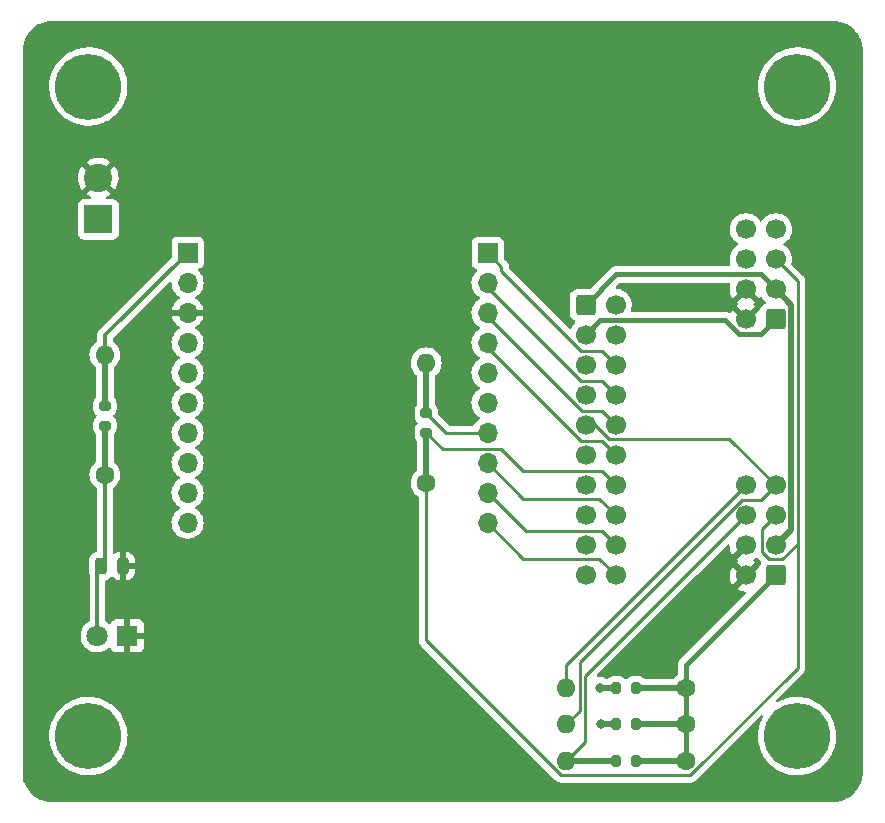
<source format=gtl>
%TF.GenerationSoftware,KiCad,Pcbnew,(6.0.4)*%
%TF.CreationDate,2022-04-04T21:54:51+02:00*%
%TF.ProjectId,MCU_INTERFACE_BOARD,4d43555f-494e-4544-9552-464143455f42,rev?*%
%TF.SameCoordinates,Original*%
%TF.FileFunction,Copper,L1,Top*%
%TF.FilePolarity,Positive*%
%FSLAX46Y46*%
G04 Gerber Fmt 4.6, Leading zero omitted, Abs format (unit mm)*
G04 Created by KiCad (PCBNEW (6.0.4)) date 2022-04-04 21:54:51*
%MOMM*%
%LPD*%
G01*
G04 APERTURE LIST*
G04 Aperture macros list*
%AMRoundRect*
0 Rectangle with rounded corners*
0 $1 Rounding radius*
0 $2 $3 $4 $5 $6 $7 $8 $9 X,Y pos of 4 corners*
0 Add a 4 corners polygon primitive as box body*
4,1,4,$2,$3,$4,$5,$6,$7,$8,$9,$2,$3,0*
0 Add four circle primitives for the rounded corners*
1,1,$1+$1,$2,$3*
1,1,$1+$1,$4,$5*
1,1,$1+$1,$6,$7*
1,1,$1+$1,$8,$9*
0 Add four rect primitives between the rounded corners*
20,1,$1+$1,$2,$3,$4,$5,0*
20,1,$1+$1,$4,$5,$6,$7,0*
20,1,$1+$1,$6,$7,$8,$9,0*
20,1,$1+$1,$8,$9,$2,$3,0*%
G04 Aperture macros list end*
%TA.AperFunction,ComponentPad*%
%ADD10R,2.400000X2.400000*%
%TD*%
%TA.AperFunction,ComponentPad*%
%ADD11C,2.400000*%
%TD*%
%TA.AperFunction,ComponentPad*%
%ADD12C,5.600000*%
%TD*%
%TA.AperFunction,ComponentPad*%
%ADD13R,1.700000X1.700000*%
%TD*%
%TA.AperFunction,ComponentPad*%
%ADD14O,1.700000X1.700000*%
%TD*%
%TA.AperFunction,ComponentPad*%
%ADD15RoundRect,0.250000X-0.600000X-0.600000X0.600000X-0.600000X0.600000X0.600000X-0.600000X0.600000X0*%
%TD*%
%TA.AperFunction,ComponentPad*%
%ADD16C,1.700000*%
%TD*%
%TA.AperFunction,SMDPad,CuDef*%
%ADD17RoundRect,0.243750X0.243750X0.456250X-0.243750X0.456250X-0.243750X-0.456250X0.243750X-0.456250X0*%
%TD*%
%TA.AperFunction,ComponentPad*%
%ADD18RoundRect,0.250000X0.600000X0.600000X-0.600000X0.600000X-0.600000X-0.600000X0.600000X-0.600000X0*%
%TD*%
%TA.AperFunction,ComponentPad*%
%ADD19C,1.600000*%
%TD*%
%TA.AperFunction,ComponentPad*%
%ADD20O,1.600000X1.600000*%
%TD*%
%TA.AperFunction,SMDPad,CuDef*%
%ADD21RoundRect,0.200000X0.275000X-0.200000X0.275000X0.200000X-0.275000X0.200000X-0.275000X-0.200000X0*%
%TD*%
%TA.AperFunction,SMDPad,CuDef*%
%ADD22RoundRect,0.200000X-0.200000X-0.275000X0.200000X-0.275000X0.200000X0.275000X-0.200000X0.275000X0*%
%TD*%
%TA.AperFunction,ComponentPad*%
%ADD23R,1.800000X1.800000*%
%TD*%
%TA.AperFunction,ComponentPad*%
%ADD24C,1.800000*%
%TD*%
%TA.AperFunction,SMDPad,CuDef*%
%ADD25RoundRect,0.200000X-0.275000X0.200000X-0.275000X-0.200000X0.275000X-0.200000X0.275000X0.200000X0*%
%TD*%
%TA.AperFunction,ViaPad*%
%ADD26C,0.800000*%
%TD*%
%TA.AperFunction,Conductor*%
%ADD27C,0.300000*%
%TD*%
%TA.AperFunction,Conductor*%
%ADD28C,0.500000*%
%TD*%
%TA.AperFunction,Conductor*%
%ADD29C,0.250000*%
%TD*%
%TA.AperFunction,Conductor*%
%ADD30C,0.400000*%
%TD*%
G04 APERTURE END LIST*
D10*
X110250000Y-85250000D03*
D11*
X110250000Y-81750000D03*
D12*
X109400000Y-74000000D03*
X169400000Y-74000000D03*
X109400000Y-129000000D03*
X169400000Y-129000000D03*
D13*
X143200000Y-88100000D03*
D14*
X143200000Y-90640000D03*
X143200000Y-93180000D03*
X143200000Y-95720000D03*
X143200000Y-98260000D03*
X143200000Y-100800000D03*
X143200000Y-103340000D03*
X143200000Y-105880000D03*
X143200000Y-108420000D03*
X143200000Y-110960000D03*
D13*
X117800000Y-88060000D03*
D14*
X117800000Y-90600000D03*
X117800000Y-93140000D03*
X117800000Y-95680000D03*
X117800000Y-98220000D03*
X117800000Y-100760000D03*
X117800000Y-103300000D03*
X117800000Y-105840000D03*
X117800000Y-108380000D03*
X117800000Y-110920000D03*
D15*
X151500000Y-92500000D03*
D16*
X154040000Y-92500000D03*
X151500000Y-95040000D03*
X154040000Y-95040000D03*
X151500000Y-97580000D03*
X154040000Y-97580000D03*
X151500000Y-100120000D03*
X154040000Y-100120000D03*
X151500000Y-102660000D03*
X154040000Y-102660000D03*
X151500000Y-105200000D03*
X154040000Y-105200000D03*
X151500000Y-107740000D03*
X154040000Y-107740000D03*
X151500000Y-110280000D03*
X154040000Y-110280000D03*
X151500000Y-112820000D03*
X154040000Y-112820000D03*
X151500000Y-115360000D03*
X154040000Y-115360000D03*
D17*
X112337500Y-114600000D03*
X110462500Y-114600000D03*
D18*
X167600000Y-93700000D03*
D16*
X165060000Y-93700000D03*
X167600000Y-91160000D03*
X165060000Y-91160000D03*
X167600000Y-88620000D03*
X165060000Y-88620000D03*
X167600000Y-86080000D03*
X165060000Y-86080000D03*
D18*
X167600000Y-115400000D03*
D16*
X165060000Y-115400000D03*
X167600000Y-112860000D03*
X165060000Y-112860000D03*
X167600000Y-110320000D03*
X165060000Y-110320000D03*
X167600000Y-107780000D03*
X165060000Y-107780000D03*
D19*
X160020000Y-124900000D03*
D20*
X149860000Y-124900000D03*
D19*
X160000000Y-128000000D03*
D20*
X149840000Y-128000000D03*
D19*
X110800000Y-106855000D03*
D20*
X110800000Y-96695000D03*
D21*
X110800000Y-102705000D03*
X110800000Y-101055000D03*
D22*
X154075000Y-131100000D03*
X155725000Y-131100000D03*
D23*
X112700000Y-120500000D03*
D24*
X110160000Y-120500000D03*
D19*
X138000000Y-107560000D03*
D20*
X138000000Y-97400000D03*
D19*
X159980000Y-131100000D03*
D20*
X149820000Y-131100000D03*
D22*
X154095000Y-128000000D03*
X155745000Y-128000000D03*
D25*
X138000000Y-101655000D03*
X138000000Y-103305000D03*
D22*
X154100000Y-124900000D03*
X155750000Y-124900000D03*
D26*
X156600000Y-91400000D03*
X156600000Y-88200000D03*
X152700000Y-124900000D03*
X152800000Y-128000000D03*
D27*
X110462500Y-114600000D02*
X110160000Y-114902500D01*
X110160000Y-114902500D02*
X110160000Y-120500000D01*
X110800000Y-106855000D02*
X110800000Y-114262500D01*
X110800000Y-114262500D02*
X110462500Y-114600000D01*
D28*
X110800000Y-106960000D02*
X110800000Y-102705000D01*
X152700000Y-124900000D02*
X154100000Y-124900000D01*
D29*
X149860000Y-124900000D02*
X149860000Y-122980000D01*
X149860000Y-122980000D02*
X165060000Y-107780000D01*
X151434031Y-123945969D02*
X165060000Y-110320000D01*
D28*
X149820000Y-131100000D02*
X154075000Y-131100000D01*
D29*
X149820000Y-131100000D02*
X151434031Y-129485969D01*
X151434031Y-129485969D02*
X151434031Y-123945969D01*
X164718990Y-109000000D02*
X166380000Y-109000000D01*
X163655001Y-103835001D02*
X167600000Y-107780000D01*
X149840000Y-128000000D02*
X150984511Y-126855489D01*
X150984511Y-126855489D02*
X150984511Y-122734479D01*
X166380000Y-109000000D02*
X167600000Y-107780000D01*
X150984511Y-122734479D02*
X164718990Y-109000000D01*
X153475999Y-103835001D02*
X163655001Y-103835001D01*
X152300998Y-102660000D02*
X153475999Y-103835001D01*
X151500000Y-102660000D02*
X152300998Y-102660000D01*
D28*
X152800000Y-128000000D02*
X154095000Y-128000000D01*
D29*
X146165489Y-106565489D02*
X144300000Y-104700000D01*
X144300000Y-104700000D02*
X139395000Y-104700000D01*
X138000000Y-120870300D02*
X149429700Y-132300000D01*
X166424999Y-111495001D02*
X167600000Y-110320000D01*
X138000000Y-107560000D02*
X138000000Y-120870300D01*
D28*
X138000000Y-107560000D02*
X138000000Y-103305000D01*
D29*
X160370300Y-132300000D02*
X169475011Y-123195289D01*
X154040000Y-107740000D02*
X152865489Y-106565489D01*
X168164001Y-114035001D02*
X167035999Y-114035001D01*
X167600000Y-88620000D02*
X169475011Y-90495011D01*
X166424999Y-113424001D02*
X166424999Y-111495001D01*
X169475011Y-123195289D02*
X169475011Y-112175011D01*
X169475011Y-112723991D02*
X168164001Y-114035001D01*
X149429700Y-132300000D02*
X160370300Y-132300000D01*
X152865489Y-106565489D02*
X146165489Y-106565489D01*
X139395000Y-104700000D02*
X138000000Y-103305000D01*
X169475011Y-90495011D02*
X169475011Y-112723991D01*
X167035999Y-114035001D02*
X166424999Y-113424001D01*
D28*
X168900001Y-111559999D02*
X168900001Y-94589965D01*
D30*
X151500000Y-92500000D02*
X154090001Y-89909999D01*
D28*
X168900010Y-92460010D02*
X167600000Y-91160000D01*
D30*
X154090001Y-89909999D02*
X166349999Y-89909999D01*
D28*
X110800000Y-101055000D02*
X110800000Y-96800000D01*
X168900010Y-94589956D02*
X168900010Y-92460010D01*
D27*
X110800000Y-96695000D02*
X110800000Y-95060000D01*
X110800000Y-95060000D02*
X117800000Y-88060000D01*
D28*
X167600000Y-112860000D02*
X168900001Y-111559999D01*
D30*
X166349999Y-89909999D02*
X167600000Y-91160000D01*
D28*
X168900001Y-94589965D02*
X168900010Y-94589956D01*
D29*
X143200000Y-110960000D02*
X146235001Y-113995001D01*
X152675001Y-113995001D02*
X154040000Y-115360000D01*
X146235001Y-113995001D02*
X152675001Y-113995001D01*
X143200000Y-108420000D02*
X146424999Y-111644999D01*
X152864999Y-111644999D02*
X154040000Y-112820000D01*
X146424999Y-111644999D02*
X152864999Y-111644999D01*
X146235001Y-108915001D02*
X152675001Y-108915001D01*
X143200000Y-105880000D02*
X146235001Y-108915001D01*
X152675001Y-108915001D02*
X154040000Y-110280000D01*
X143200000Y-96099002D02*
X151125997Y-104024999D01*
X152864999Y-104024999D02*
X154040000Y-105200000D01*
X143200000Y-95720000D02*
X143200000Y-96099002D01*
X151125997Y-104024999D02*
X152864999Y-104024999D01*
X152864999Y-101484999D02*
X154040000Y-102660000D01*
X151184999Y-101484999D02*
X152864999Y-101484999D01*
X143200000Y-93180000D02*
X143200000Y-93500000D01*
X143200000Y-93500000D02*
X151184999Y-101484999D01*
X151125997Y-98944999D02*
X152864999Y-98944999D01*
X152864999Y-98944999D02*
X154040000Y-100120000D01*
X143200000Y-90640000D02*
X143200000Y-91019002D01*
X143200000Y-91019002D02*
X151125997Y-98944999D01*
X144375001Y-89654003D02*
X151125997Y-96404999D01*
X152864999Y-96404999D02*
X154040000Y-97580000D01*
X144375001Y-89275001D02*
X144375001Y-89654003D01*
X143200000Y-88100000D02*
X144375001Y-89275001D01*
X151125997Y-96404999D02*
X152864999Y-96404999D01*
D28*
X155750000Y-124900000D02*
X160020000Y-124900000D01*
D30*
X166349999Y-94950001D02*
X167600000Y-93700000D01*
X159980000Y-131100000D02*
X159980000Y-124940000D01*
X160020000Y-122980000D02*
X167600000Y-115400000D01*
X163299997Y-93789999D02*
X164459999Y-94950001D01*
X159980000Y-124940000D02*
X160020000Y-124900000D01*
D28*
X155745000Y-128000000D02*
X160000000Y-128000000D01*
D30*
X151500000Y-95040000D02*
X152750001Y-93789999D01*
X152750001Y-93789999D02*
X163299997Y-93789999D01*
X160020000Y-124900000D02*
X160020000Y-122980000D01*
X164459999Y-94950001D02*
X166349999Y-94950001D01*
D28*
X155725000Y-131100000D02*
X159980000Y-131100000D01*
X138000000Y-97400000D02*
X138000000Y-101655000D01*
D29*
X139685000Y-103340000D02*
X138000000Y-101655000D01*
X143200000Y-103340000D02*
X139685000Y-103340000D01*
%TA.AperFunction,Conductor*%
G36*
X172440070Y-68428943D02*
G01*
X172454847Y-68431243D01*
X172454848Y-68431243D01*
X172463724Y-68432625D01*
X172480923Y-68430376D01*
X172504863Y-68429543D01*
X172762839Y-68445148D01*
X172777943Y-68446982D01*
X173059012Y-68498489D01*
X173073785Y-68502130D01*
X173346607Y-68587145D01*
X173360825Y-68592537D01*
X173621410Y-68709817D01*
X173634866Y-68716880D01*
X173879415Y-68864714D01*
X173891935Y-68873356D01*
X174012532Y-68967838D01*
X174116883Y-69049592D01*
X174128271Y-69059682D01*
X174330318Y-69261729D01*
X174340408Y-69273117D01*
X174516643Y-69498063D01*
X174525285Y-69510584D01*
X174673120Y-69755134D01*
X174680183Y-69768590D01*
X174739325Y-69899998D01*
X174797461Y-70029171D01*
X174802857Y-70043398D01*
X174887870Y-70316215D01*
X174891511Y-70330988D01*
X174943018Y-70612057D01*
X174944852Y-70627161D01*
X174960019Y-70877904D01*
X174958758Y-70904716D01*
X174958756Y-70904852D01*
X174957375Y-70913724D01*
X174958539Y-70922626D01*
X174958539Y-70922628D01*
X174961502Y-70945282D01*
X174962566Y-70961620D01*
X174962169Y-97366411D01*
X174961649Y-132020635D01*
X174960149Y-132040018D01*
X174957839Y-132054851D01*
X174957839Y-132054855D01*
X174956458Y-132063724D01*
X174958707Y-132080919D01*
X174959540Y-132104863D01*
X174943942Y-132362728D01*
X174942108Y-132377832D01*
X174890620Y-132658793D01*
X174886979Y-132673566D01*
X174804510Y-132938220D01*
X174801999Y-132946277D01*
X174796611Y-132960486D01*
X174679365Y-133220998D01*
X174672309Y-133234440D01*
X174563567Y-133414321D01*
X174524531Y-133478894D01*
X174515888Y-133491416D01*
X174339722Y-133716275D01*
X174329632Y-133727663D01*
X174127663Y-133929632D01*
X174116275Y-133939722D01*
X173891416Y-134115888D01*
X173878895Y-134124530D01*
X173634440Y-134272309D01*
X173620998Y-134279365D01*
X173360486Y-134396611D01*
X173346282Y-134401997D01*
X173084932Y-134483437D01*
X173073566Y-134486979D01*
X173058793Y-134490620D01*
X172777832Y-134542108D01*
X172762727Y-134543942D01*
X172512095Y-134559102D01*
X172485284Y-134557841D01*
X172485148Y-134557839D01*
X172476276Y-134556458D01*
X172467374Y-134557622D01*
X172467369Y-134557622D01*
X172444667Y-134560591D01*
X172428350Y-134561655D01*
X150881409Y-134564864D01*
X106369331Y-134571493D01*
X106349929Y-134569992D01*
X106335151Y-134567690D01*
X106335144Y-134567690D01*
X106326276Y-134566309D01*
X106309077Y-134568558D01*
X106285137Y-134569391D01*
X106027290Y-134553794D01*
X106012186Y-134551960D01*
X105940214Y-134538771D01*
X105731240Y-134500475D01*
X105716473Y-134496836D01*
X105684841Y-134486979D01*
X105443769Y-134411858D01*
X105429555Y-134406466D01*
X105169092Y-134289242D01*
X105155621Y-134282172D01*
X105139298Y-134272304D01*
X105113063Y-134256445D01*
X104911187Y-134134405D01*
X104898666Y-134125762D01*
X104673829Y-133949615D01*
X104662440Y-133939525D01*
X104460475Y-133737560D01*
X104450385Y-133726171D01*
X104274238Y-133501334D01*
X104265595Y-133488813D01*
X104117828Y-133244379D01*
X104110757Y-133230906D01*
X104106288Y-133220976D01*
X103993534Y-132970445D01*
X103988141Y-132956227D01*
X103985041Y-132946277D01*
X103903164Y-132683526D01*
X103899523Y-132668754D01*
X103848040Y-132387814D01*
X103846206Y-132372710D01*
X103831269Y-132125768D01*
X103832520Y-132102216D01*
X103832334Y-132102199D01*
X103832769Y-132097350D01*
X103833576Y-132092552D01*
X103833729Y-132080000D01*
X103829779Y-132052422D01*
X103828507Y-132034546D01*
X103828508Y-132033488D01*
X103829005Y-128988434D01*
X106086661Y-128988434D01*
X106086833Y-128991829D01*
X106086833Y-128991830D01*
X106091668Y-129087282D01*
X106104792Y-129346340D01*
X106105329Y-129349695D01*
X106105330Y-129349701D01*
X106123319Y-129462008D01*
X106161470Y-129700195D01*
X106256033Y-130045859D01*
X106387374Y-130379288D01*
X106418151Y-130437909D01*
X106497443Y-130588938D01*
X106553957Y-130696582D01*
X106555858Y-130699411D01*
X106555864Y-130699421D01*
X106739569Y-130972800D01*
X106753834Y-130994029D01*
X106984665Y-131268150D01*
X107243751Y-131515738D01*
X107528061Y-131733897D01*
X107560056Y-131753350D01*
X107831355Y-131918303D01*
X107831360Y-131918306D01*
X107834270Y-131920075D01*
X107837358Y-131921521D01*
X107837357Y-131921521D01*
X108155710Y-132070649D01*
X108155720Y-132070653D01*
X108158794Y-132072093D01*
X108162012Y-132073195D01*
X108162015Y-132073196D01*
X108494615Y-132187071D01*
X108494623Y-132187073D01*
X108497838Y-132188174D01*
X108847435Y-132266959D01*
X108899728Y-132272917D01*
X109200114Y-132307142D01*
X109200122Y-132307142D01*
X109203497Y-132307527D01*
X109206901Y-132307545D01*
X109206904Y-132307545D01*
X109401227Y-132308562D01*
X109561857Y-132309403D01*
X109565243Y-132309053D01*
X109565245Y-132309053D01*
X109914932Y-132272917D01*
X109914941Y-132272916D01*
X109918324Y-132272566D01*
X109921657Y-132271852D01*
X109921660Y-132271851D01*
X110094186Y-132234864D01*
X110268727Y-132197446D01*
X110608968Y-132084922D01*
X110935066Y-131936311D01*
X111029052Y-131880506D01*
X111240262Y-131755099D01*
X111240267Y-131755096D01*
X111243207Y-131753350D01*
X111529786Y-131538180D01*
X111791451Y-131293319D01*
X112025140Y-131021630D01*
X112131750Y-130866512D01*
X112226190Y-130729101D01*
X112226195Y-130729094D01*
X112228120Y-130726292D01*
X112229732Y-130723298D01*
X112229737Y-130723290D01*
X112364567Y-130472884D01*
X112398017Y-130410760D01*
X112513951Y-130125248D01*
X112531562Y-130081877D01*
X112531564Y-130081872D01*
X112532842Y-130078724D01*
X112543142Y-130042568D01*
X112583028Y-129902545D01*
X112631020Y-129734070D01*
X112663211Y-129545745D01*
X112690829Y-129384175D01*
X112690829Y-129384173D01*
X112691401Y-129380828D01*
X112693511Y-129346340D01*
X112713168Y-129024928D01*
X112713278Y-129023131D01*
X112713326Y-129009357D01*
X112713353Y-129001819D01*
X112713353Y-129001806D01*
X112713359Y-129000000D01*
X112693979Y-128642159D01*
X112636066Y-128288505D01*
X112540297Y-127943173D01*
X112537243Y-127935497D01*
X112409052Y-127613369D01*
X112407793Y-127610205D01*
X112373679Y-127545775D01*
X112241702Y-127296513D01*
X112241698Y-127296506D01*
X112240103Y-127293494D01*
X112039190Y-126996746D01*
X112036694Y-126993802D01*
X111912303Y-126847126D01*
X111807403Y-126723432D01*
X111547454Y-126476750D01*
X111298764Y-126287299D01*
X111265091Y-126261647D01*
X111265089Y-126261646D01*
X111262384Y-126259585D01*
X111259472Y-126257828D01*
X111259467Y-126257825D01*
X110958443Y-126076236D01*
X110958437Y-126076233D01*
X110955528Y-126074478D01*
X110630475Y-125923593D01*
X110460751Y-125866145D01*
X110294255Y-125809789D01*
X110294250Y-125809788D01*
X110291028Y-125808697D01*
X110018133Y-125748197D01*
X109944493Y-125731871D01*
X109944487Y-125731870D01*
X109941158Y-125731132D01*
X109937769Y-125730758D01*
X109937764Y-125730757D01*
X109588338Y-125692180D01*
X109588333Y-125692180D01*
X109584957Y-125691807D01*
X109581558Y-125691801D01*
X109581557Y-125691801D01*
X109412080Y-125691505D01*
X109226592Y-125691182D01*
X109113413Y-125703277D01*
X108873639Y-125728901D01*
X108873631Y-125728902D01*
X108870256Y-125729263D01*
X108520117Y-125805606D01*
X108180271Y-125919317D01*
X108177178Y-125920739D01*
X108177177Y-125920740D01*
X108170974Y-125923593D01*
X107854694Y-126069066D01*
X107851760Y-126070822D01*
X107851758Y-126070823D01*
X107649087Y-126192119D01*
X107547193Y-126253101D01*
X107544467Y-126255163D01*
X107544465Y-126255164D01*
X107521755Y-126272340D01*
X107261367Y-126469270D01*
X107000559Y-126715043D01*
X106998347Y-126717633D01*
X106998345Y-126717635D01*
X106958495Y-126764293D01*
X106767819Y-126987546D01*
X106765900Y-126990358D01*
X106765897Y-126990363D01*
X106672624Y-127127097D01*
X106565871Y-127283591D01*
X106397077Y-127599714D01*
X106263411Y-127932218D01*
X106262491Y-127935492D01*
X106262489Y-127935497D01*
X106178752Y-128233402D01*
X106166437Y-128277213D01*
X106107290Y-128630663D01*
X106086661Y-128988434D01*
X103829005Y-128988434D01*
X103830396Y-120465469D01*
X108747095Y-120465469D01*
X108760427Y-120696697D01*
X108761564Y-120701743D01*
X108761565Y-120701749D01*
X108793741Y-120844523D01*
X108811346Y-120922642D01*
X108813288Y-120927424D01*
X108813289Y-120927428D01*
X108896540Y-121132450D01*
X108898484Y-121137237D01*
X109019501Y-121334719D01*
X109171147Y-121509784D01*
X109349349Y-121657730D01*
X109549322Y-121774584D01*
X109765694Y-121857209D01*
X109770760Y-121858240D01*
X109770761Y-121858240D01*
X109823846Y-121869040D01*
X109992656Y-121903385D01*
X110123324Y-121908176D01*
X110218949Y-121911683D01*
X110218953Y-121911683D01*
X110224113Y-121911872D01*
X110229233Y-121911216D01*
X110229235Y-121911216D01*
X110328668Y-121898478D01*
X110453847Y-121882442D01*
X110458795Y-121880957D01*
X110458802Y-121880956D01*
X110670747Y-121817369D01*
X110675690Y-121815886D01*
X110756236Y-121776427D01*
X110879049Y-121716262D01*
X110879052Y-121716260D01*
X110883684Y-121713991D01*
X111072243Y-121579494D01*
X111075898Y-121575852D01*
X111075906Y-121575845D01*
X111117697Y-121534199D01*
X111180068Y-121500282D01*
X111250875Y-121505470D01*
X111307637Y-121548116D01*
X111324619Y-121579218D01*
X111346677Y-121638056D01*
X111355214Y-121653649D01*
X111431715Y-121755724D01*
X111444276Y-121768285D01*
X111546351Y-121844786D01*
X111561946Y-121853324D01*
X111682394Y-121898478D01*
X111697649Y-121902105D01*
X111748514Y-121907631D01*
X111755328Y-121908000D01*
X112427885Y-121908000D01*
X112443124Y-121903525D01*
X112444329Y-121902135D01*
X112446000Y-121894452D01*
X112446000Y-121889884D01*
X112954000Y-121889884D01*
X112958475Y-121905123D01*
X112959865Y-121906328D01*
X112967548Y-121907999D01*
X113644669Y-121907999D01*
X113651490Y-121907629D01*
X113702352Y-121902105D01*
X113717604Y-121898479D01*
X113838054Y-121853324D01*
X113853649Y-121844786D01*
X113955724Y-121768285D01*
X113968285Y-121755724D01*
X114044786Y-121653649D01*
X114053324Y-121638054D01*
X114098478Y-121517606D01*
X114102105Y-121502351D01*
X114107631Y-121451486D01*
X114108000Y-121444672D01*
X114108000Y-120772115D01*
X114103525Y-120756876D01*
X114102135Y-120755671D01*
X114094452Y-120754000D01*
X112972115Y-120754000D01*
X112956876Y-120758475D01*
X112955671Y-120759865D01*
X112954000Y-120767548D01*
X112954000Y-121889884D01*
X112446000Y-121889884D01*
X112446000Y-120227885D01*
X112954000Y-120227885D01*
X112958475Y-120243124D01*
X112959865Y-120244329D01*
X112967548Y-120246000D01*
X114089884Y-120246000D01*
X114105123Y-120241525D01*
X114106328Y-120240135D01*
X114107999Y-120232452D01*
X114107999Y-119555331D01*
X114107629Y-119548510D01*
X114102105Y-119497648D01*
X114098479Y-119482396D01*
X114053324Y-119361946D01*
X114044786Y-119346351D01*
X113968285Y-119244276D01*
X113955724Y-119231715D01*
X113853649Y-119155214D01*
X113838054Y-119146676D01*
X113717606Y-119101522D01*
X113702351Y-119097895D01*
X113651486Y-119092369D01*
X113644672Y-119092000D01*
X112972115Y-119092000D01*
X112956876Y-119096475D01*
X112955671Y-119097865D01*
X112954000Y-119105548D01*
X112954000Y-120227885D01*
X112446000Y-120227885D01*
X112446000Y-119110116D01*
X112441525Y-119094877D01*
X112440135Y-119093672D01*
X112432452Y-119092001D01*
X111755331Y-119092001D01*
X111748510Y-119092371D01*
X111697648Y-119097895D01*
X111682396Y-119101521D01*
X111561946Y-119146676D01*
X111546351Y-119155214D01*
X111444276Y-119231715D01*
X111431715Y-119244276D01*
X111355214Y-119346351D01*
X111346675Y-119361948D01*
X111325934Y-119417275D01*
X111283293Y-119474040D01*
X111216731Y-119498740D01*
X111147383Y-119483533D01*
X111124388Y-119466909D01*
X111123887Y-119466358D01*
X110942123Y-119322810D01*
X110883605Y-119290506D01*
X110833636Y-119240075D01*
X110818500Y-119180199D01*
X110818500Y-115902629D01*
X110838502Y-115834508D01*
X110892158Y-115788015D01*
X110904624Y-115783105D01*
X110966098Y-115762596D01*
X111027526Y-115742102D01*
X111176689Y-115649797D01*
X111300617Y-115525653D01*
X111302614Y-115522413D01*
X111359352Y-115482186D01*
X111430275Y-115478953D01*
X111491687Y-115514578D01*
X111499066Y-115523078D01*
X111505782Y-115531552D01*
X111619479Y-115645051D01*
X111630890Y-115654063D01*
X111767654Y-115738365D01*
X111780832Y-115744509D01*
X111933740Y-115795227D01*
X111947106Y-115798093D01*
X112040601Y-115807672D01*
X112047016Y-115808000D01*
X112065385Y-115808000D01*
X112080624Y-115803525D01*
X112081829Y-115802135D01*
X112083500Y-115794452D01*
X112083500Y-115789884D01*
X112591500Y-115789884D01*
X112595975Y-115805123D01*
X112597365Y-115806328D01*
X112605048Y-115807999D01*
X112627933Y-115807999D01*
X112634452Y-115807662D01*
X112729170Y-115797834D01*
X112742564Y-115794942D01*
X112895365Y-115743964D01*
X112908543Y-115737790D01*
X113045149Y-115653256D01*
X113056550Y-115644220D01*
X113170051Y-115530521D01*
X113179063Y-115519110D01*
X113263365Y-115382346D01*
X113269509Y-115369168D01*
X113320227Y-115216260D01*
X113323093Y-115202894D01*
X113332672Y-115109399D01*
X113333000Y-115102984D01*
X113333000Y-114872115D01*
X113328525Y-114856876D01*
X113327135Y-114855671D01*
X113319452Y-114854000D01*
X112609615Y-114854000D01*
X112594376Y-114858475D01*
X112593171Y-114859865D01*
X112591500Y-114867548D01*
X112591500Y-115789884D01*
X112083500Y-115789884D01*
X112083500Y-114327885D01*
X112591500Y-114327885D01*
X112595975Y-114343124D01*
X112597365Y-114344329D01*
X112605048Y-114346000D01*
X113314884Y-114346000D01*
X113330123Y-114341525D01*
X113331328Y-114340135D01*
X113332999Y-114332452D01*
X113332999Y-114097067D01*
X113332662Y-114090548D01*
X113322834Y-113995830D01*
X113319942Y-113982436D01*
X113268964Y-113829635D01*
X113262790Y-113816457D01*
X113178256Y-113679851D01*
X113169220Y-113668450D01*
X113055521Y-113554949D01*
X113044110Y-113545937D01*
X112907346Y-113461635D01*
X112894168Y-113455491D01*
X112741260Y-113404773D01*
X112727894Y-113401907D01*
X112634399Y-113392328D01*
X112627984Y-113392000D01*
X112609615Y-113392000D01*
X112594376Y-113396475D01*
X112593171Y-113397865D01*
X112591500Y-113405548D01*
X112591500Y-114327885D01*
X112083500Y-114327885D01*
X112083500Y-113410116D01*
X112079025Y-113394877D01*
X112077635Y-113393672D01*
X112069952Y-113392001D01*
X112047067Y-113392001D01*
X112040548Y-113392338D01*
X111945830Y-113402166D01*
X111932436Y-113405058D01*
X111779635Y-113456036D01*
X111766456Y-113462210D01*
X111650803Y-113533778D01*
X111582351Y-113552616D01*
X111514581Y-113531455D01*
X111469010Y-113477014D01*
X111458500Y-113426634D01*
X111458500Y-110886695D01*
X116437251Y-110886695D01*
X116437548Y-110891848D01*
X116437548Y-110891851D01*
X116442993Y-110986277D01*
X116450110Y-111109715D01*
X116451247Y-111114761D01*
X116451248Y-111114767D01*
X116463051Y-111167137D01*
X116499222Y-111327639D01*
X116583266Y-111534616D01*
X116699987Y-111725088D01*
X116846250Y-111893938D01*
X117018126Y-112036632D01*
X117211000Y-112149338D01*
X117215825Y-112151180D01*
X117215826Y-112151181D01*
X117253075Y-112165405D01*
X117419692Y-112229030D01*
X117424760Y-112230061D01*
X117424763Y-112230062D01*
X117532017Y-112251883D01*
X117638597Y-112273567D01*
X117643772Y-112273757D01*
X117643774Y-112273757D01*
X117856673Y-112281564D01*
X117856677Y-112281564D01*
X117861837Y-112281753D01*
X117866957Y-112281097D01*
X117866959Y-112281097D01*
X118078288Y-112254025D01*
X118078289Y-112254025D01*
X118083416Y-112253368D01*
X118088366Y-112251883D01*
X118292429Y-112190661D01*
X118292434Y-112190659D01*
X118297384Y-112189174D01*
X118497994Y-112090896D01*
X118679860Y-111961173D01*
X118707191Y-111933938D01*
X118814633Y-111826870D01*
X118838096Y-111803489D01*
X118897594Y-111720689D01*
X118965435Y-111626277D01*
X118968453Y-111622077D01*
X118994276Y-111569829D01*
X119065136Y-111426453D01*
X119065137Y-111426451D01*
X119067430Y-111421811D01*
X119132370Y-111208069D01*
X119161529Y-110986590D01*
X119161639Y-110982077D01*
X119163074Y-110923365D01*
X119163074Y-110923361D01*
X119163156Y-110920000D01*
X119144852Y-110697361D01*
X119090431Y-110480702D01*
X119001354Y-110275840D01*
X118961906Y-110214862D01*
X118882822Y-110092617D01*
X118882820Y-110092614D01*
X118880014Y-110088277D01*
X118729670Y-109923051D01*
X118725619Y-109919852D01*
X118725615Y-109919848D01*
X118558414Y-109787800D01*
X118558410Y-109787798D01*
X118554359Y-109784598D01*
X118513053Y-109761796D01*
X118463084Y-109711364D01*
X118448312Y-109641921D01*
X118473428Y-109575516D01*
X118500780Y-109548909D01*
X118546636Y-109516200D01*
X118679860Y-109421173D01*
X118707191Y-109393938D01*
X118814633Y-109286870D01*
X118838096Y-109263489D01*
X118897594Y-109180689D01*
X118965435Y-109086277D01*
X118968453Y-109082077D01*
X118994276Y-109029829D01*
X119065136Y-108886453D01*
X119065137Y-108886451D01*
X119067430Y-108881811D01*
X119123421Y-108697523D01*
X119130865Y-108673023D01*
X119130865Y-108673021D01*
X119132370Y-108668069D01*
X119161529Y-108446590D01*
X119161639Y-108442077D01*
X119163074Y-108383365D01*
X119163074Y-108383361D01*
X119163156Y-108380000D01*
X119144852Y-108157361D01*
X119090431Y-107940702D01*
X119001354Y-107735840D01*
X118961906Y-107674862D01*
X118887598Y-107560000D01*
X136686502Y-107560000D01*
X136706457Y-107788087D01*
X136707881Y-107793400D01*
X136707881Y-107793402D01*
X136753740Y-107964547D01*
X136765716Y-108009243D01*
X136768039Y-108014224D01*
X136768039Y-108014225D01*
X136860151Y-108211762D01*
X136860154Y-108211767D01*
X136862477Y-108216749D01*
X136907817Y-108281501D01*
X136977881Y-108381562D01*
X136993802Y-108404300D01*
X137155700Y-108566198D01*
X137160208Y-108569355D01*
X137160211Y-108569357D01*
X137312771Y-108676181D01*
X137357099Y-108731638D01*
X137366500Y-108779394D01*
X137366500Y-120791533D01*
X137365973Y-120802716D01*
X137364298Y-120810209D01*
X137364547Y-120818135D01*
X137364547Y-120818136D01*
X137366438Y-120878286D01*
X137366500Y-120882245D01*
X137366500Y-120910156D01*
X137366997Y-120914090D01*
X137366997Y-120914091D01*
X137367005Y-120914156D01*
X137367938Y-120925993D01*
X137369327Y-120970189D01*
X137374978Y-120989639D01*
X137378987Y-121009000D01*
X137381526Y-121029097D01*
X137384445Y-121036468D01*
X137384445Y-121036470D01*
X137397804Y-121070212D01*
X137401649Y-121081442D01*
X137413982Y-121123893D01*
X137418015Y-121130712D01*
X137418017Y-121130717D01*
X137424293Y-121141328D01*
X137432988Y-121159076D01*
X137440448Y-121177917D01*
X137445110Y-121184333D01*
X137445110Y-121184334D01*
X137466436Y-121213687D01*
X137472952Y-121223607D01*
X137495458Y-121261662D01*
X137509779Y-121275983D01*
X137522619Y-121291016D01*
X137534528Y-121307407D01*
X137540634Y-121312458D01*
X137568605Y-121335598D01*
X137577384Y-121343588D01*
X148926048Y-132692253D01*
X148933588Y-132700539D01*
X148937700Y-132707018D01*
X148943477Y-132712443D01*
X148987351Y-132753643D01*
X148990193Y-132756398D01*
X149009930Y-132776135D01*
X149013127Y-132778615D01*
X149022147Y-132786318D01*
X149054379Y-132816586D01*
X149061325Y-132820405D01*
X149061328Y-132820407D01*
X149072134Y-132826348D01*
X149088653Y-132837199D01*
X149104659Y-132849614D01*
X149111928Y-132852759D01*
X149111932Y-132852762D01*
X149145237Y-132867174D01*
X149155887Y-132872391D01*
X149194640Y-132893695D01*
X149202315Y-132895666D01*
X149202316Y-132895666D01*
X149214262Y-132898733D01*
X149232967Y-132905137D01*
X149251555Y-132913181D01*
X149259378Y-132914420D01*
X149259388Y-132914423D01*
X149295224Y-132920099D01*
X149306844Y-132922505D01*
X149338659Y-132930673D01*
X149349670Y-132933500D01*
X149369924Y-132933500D01*
X149389634Y-132935051D01*
X149409643Y-132938220D01*
X149417535Y-132937474D01*
X149436280Y-132935702D01*
X149453662Y-132934059D01*
X149465519Y-132933500D01*
X160291533Y-132933500D01*
X160302716Y-132934027D01*
X160310209Y-132935702D01*
X160318135Y-132935453D01*
X160318136Y-132935453D01*
X160378286Y-132933562D01*
X160382245Y-132933500D01*
X160410156Y-132933500D01*
X160414091Y-132933003D01*
X160414156Y-132932995D01*
X160425993Y-132932062D01*
X160458251Y-132931048D01*
X160462270Y-132930922D01*
X160470189Y-132930673D01*
X160489643Y-132925021D01*
X160509000Y-132921013D01*
X160521230Y-132919468D01*
X160521231Y-132919468D01*
X160529097Y-132918474D01*
X160536468Y-132915555D01*
X160536470Y-132915555D01*
X160570212Y-132902196D01*
X160581442Y-132898351D01*
X160616283Y-132888229D01*
X160616284Y-132888229D01*
X160623893Y-132886018D01*
X160630712Y-132881985D01*
X160630717Y-132881983D01*
X160641328Y-132875707D01*
X160659076Y-132867012D01*
X160677917Y-132859552D01*
X160713687Y-132833564D01*
X160723607Y-132827048D01*
X160754835Y-132808580D01*
X160754838Y-132808578D01*
X160761662Y-132804542D01*
X160775983Y-132790221D01*
X160791017Y-132777380D01*
X160800994Y-132770131D01*
X160807407Y-132765472D01*
X160835598Y-132731395D01*
X160843588Y-132722616D01*
X166290667Y-127275538D01*
X166352979Y-127241512D01*
X166423794Y-127246577D01*
X166480630Y-127289124D01*
X166505441Y-127355644D01*
X166490910Y-127423980D01*
X166397077Y-127599714D01*
X166263411Y-127932218D01*
X166262491Y-127935492D01*
X166262489Y-127935497D01*
X166178752Y-128233402D01*
X166166437Y-128277213D01*
X166107290Y-128630663D01*
X166086661Y-128988434D01*
X166086833Y-128991829D01*
X166086833Y-128991830D01*
X166091668Y-129087282D01*
X166104792Y-129346340D01*
X166105329Y-129349695D01*
X166105330Y-129349701D01*
X166123319Y-129462008D01*
X166161470Y-129700195D01*
X166256033Y-130045859D01*
X166387374Y-130379288D01*
X166418151Y-130437909D01*
X166497443Y-130588938D01*
X166553957Y-130696582D01*
X166555858Y-130699411D01*
X166555864Y-130699421D01*
X166739569Y-130972800D01*
X166753834Y-130994029D01*
X166984665Y-131268150D01*
X167243751Y-131515738D01*
X167528061Y-131733897D01*
X167560056Y-131753350D01*
X167831355Y-131918303D01*
X167831360Y-131918306D01*
X167834270Y-131920075D01*
X167837358Y-131921521D01*
X167837357Y-131921521D01*
X168155710Y-132070649D01*
X168155720Y-132070653D01*
X168158794Y-132072093D01*
X168162012Y-132073195D01*
X168162015Y-132073196D01*
X168494615Y-132187071D01*
X168494623Y-132187073D01*
X168497838Y-132188174D01*
X168847435Y-132266959D01*
X168899728Y-132272917D01*
X169200114Y-132307142D01*
X169200122Y-132307142D01*
X169203497Y-132307527D01*
X169206901Y-132307545D01*
X169206904Y-132307545D01*
X169401227Y-132308562D01*
X169561857Y-132309403D01*
X169565243Y-132309053D01*
X169565245Y-132309053D01*
X169914932Y-132272917D01*
X169914941Y-132272916D01*
X169918324Y-132272566D01*
X169921657Y-132271852D01*
X169921660Y-132271851D01*
X170094186Y-132234864D01*
X170268727Y-132197446D01*
X170608968Y-132084922D01*
X170935066Y-131936311D01*
X171029052Y-131880506D01*
X171240262Y-131755099D01*
X171240267Y-131755096D01*
X171243207Y-131753350D01*
X171529786Y-131538180D01*
X171791451Y-131293319D01*
X172025140Y-131021630D01*
X172131750Y-130866512D01*
X172226190Y-130729101D01*
X172226195Y-130729094D01*
X172228120Y-130726292D01*
X172229732Y-130723298D01*
X172229737Y-130723290D01*
X172364567Y-130472884D01*
X172398017Y-130410760D01*
X172513951Y-130125248D01*
X172531562Y-130081877D01*
X172531564Y-130081872D01*
X172532842Y-130078724D01*
X172543142Y-130042568D01*
X172583028Y-129902545D01*
X172631020Y-129734070D01*
X172663211Y-129545745D01*
X172690829Y-129384175D01*
X172690829Y-129384173D01*
X172691401Y-129380828D01*
X172693511Y-129346340D01*
X172713168Y-129024928D01*
X172713278Y-129023131D01*
X172713326Y-129009357D01*
X172713353Y-129001819D01*
X172713353Y-129001806D01*
X172713359Y-129000000D01*
X172693979Y-128642159D01*
X172636066Y-128288505D01*
X172540297Y-127943173D01*
X172537243Y-127935497D01*
X172409052Y-127613369D01*
X172407793Y-127610205D01*
X172373679Y-127545775D01*
X172241702Y-127296513D01*
X172241698Y-127296506D01*
X172240103Y-127293494D01*
X172039190Y-126996746D01*
X172036694Y-126993802D01*
X171912303Y-126847126D01*
X171807403Y-126723432D01*
X171547454Y-126476750D01*
X171298764Y-126287299D01*
X171265091Y-126261647D01*
X171265089Y-126261646D01*
X171262384Y-126259585D01*
X171259472Y-126257828D01*
X171259467Y-126257825D01*
X170958443Y-126076236D01*
X170958437Y-126076233D01*
X170955528Y-126074478D01*
X170630475Y-125923593D01*
X170460751Y-125866145D01*
X170294255Y-125809789D01*
X170294250Y-125809788D01*
X170291028Y-125808697D01*
X170018133Y-125748197D01*
X169944493Y-125731871D01*
X169944487Y-125731870D01*
X169941158Y-125731132D01*
X169937769Y-125730758D01*
X169937764Y-125730757D01*
X169588338Y-125692180D01*
X169588333Y-125692180D01*
X169584957Y-125691807D01*
X169581558Y-125691801D01*
X169581557Y-125691801D01*
X169412080Y-125691505D01*
X169226592Y-125691182D01*
X169113413Y-125703277D01*
X168873639Y-125728901D01*
X168873631Y-125728902D01*
X168870256Y-125729263D01*
X168520117Y-125805606D01*
X168180271Y-125919317D01*
X168177178Y-125920739D01*
X168177177Y-125920740D01*
X168170974Y-125923593D01*
X167854694Y-126069066D01*
X167851760Y-126070822D01*
X167851758Y-126070823D01*
X167838398Y-126078819D01*
X167769675Y-126096639D01*
X167702226Y-126074475D01*
X167657468Y-126019364D01*
X167649610Y-125948804D01*
X167684597Y-125881608D01*
X169867264Y-123698941D01*
X169875550Y-123691401D01*
X169882029Y-123687289D01*
X169928655Y-123637637D01*
X169931409Y-123634796D01*
X169951146Y-123615059D01*
X169953626Y-123611862D01*
X169961331Y-123602840D01*
X169986170Y-123576389D01*
X169991597Y-123570610D01*
X169995416Y-123563664D01*
X169995418Y-123563661D01*
X170001359Y-123552855D01*
X170012210Y-123536336D01*
X170019769Y-123526590D01*
X170024625Y-123520330D01*
X170027770Y-123513061D01*
X170027773Y-123513057D01*
X170042185Y-123479752D01*
X170047402Y-123469102D01*
X170068706Y-123430349D01*
X170073744Y-123410726D01*
X170080148Y-123392023D01*
X170085044Y-123380709D01*
X170085044Y-123380708D01*
X170088192Y-123373434D01*
X170089431Y-123365611D01*
X170089434Y-123365601D01*
X170095110Y-123329765D01*
X170097516Y-123318145D01*
X170106539Y-123283000D01*
X170106539Y-123282999D01*
X170108511Y-123275319D01*
X170108511Y-123255065D01*
X170110062Y-123235354D01*
X170111991Y-123223175D01*
X170113231Y-123215346D01*
X170109070Y-123171327D01*
X170108511Y-123159470D01*
X170108511Y-112783767D01*
X170110062Y-112764056D01*
X170111991Y-112751877D01*
X170113231Y-112744048D01*
X170109070Y-112700029D01*
X170108511Y-112688172D01*
X170108511Y-90573778D01*
X170109038Y-90562595D01*
X170110713Y-90555102D01*
X170108573Y-90487025D01*
X170108511Y-90483066D01*
X170108511Y-90455155D01*
X170108006Y-90451155D01*
X170107073Y-90439312D01*
X170105933Y-90403041D01*
X170105684Y-90395122D01*
X170100032Y-90375668D01*
X170096024Y-90356311D01*
X170094479Y-90344081D01*
X170094479Y-90344080D01*
X170093485Y-90336214D01*
X170090566Y-90328841D01*
X170077207Y-90295099D01*
X170073362Y-90283869D01*
X170063240Y-90249028D01*
X170063240Y-90249027D01*
X170061029Y-90241418D01*
X170056996Y-90234599D01*
X170056994Y-90234594D01*
X170050718Y-90223983D01*
X170042023Y-90206235D01*
X170034563Y-90187394D01*
X170008575Y-90151624D01*
X170002059Y-90141704D01*
X169983591Y-90110476D01*
X169983589Y-90110473D01*
X169979553Y-90103649D01*
X169965232Y-90089328D01*
X169952391Y-90074294D01*
X169945142Y-90064317D01*
X169940483Y-90057904D01*
X169906406Y-90029713D01*
X169897637Y-90021733D01*
X168951216Y-89075311D01*
X168917192Y-89013001D01*
X168919755Y-88949589D01*
X168930865Y-88913022D01*
X168932370Y-88908069D01*
X168961529Y-88686590D01*
X168963156Y-88620000D01*
X168944852Y-88397361D01*
X168890431Y-88180702D01*
X168801354Y-87975840D01*
X168680014Y-87788277D01*
X168529670Y-87623051D01*
X168525619Y-87619852D01*
X168525615Y-87619848D01*
X168358414Y-87487800D01*
X168358410Y-87487798D01*
X168354359Y-87484598D01*
X168313053Y-87461796D01*
X168263084Y-87411364D01*
X168248312Y-87341921D01*
X168273428Y-87275516D01*
X168300780Y-87248909D01*
X168366732Y-87201866D01*
X168479860Y-87121173D01*
X168638096Y-86963489D01*
X168697594Y-86880689D01*
X168765435Y-86786277D01*
X168768453Y-86782077D01*
X168785591Y-86747402D01*
X168865136Y-86586453D01*
X168865137Y-86586451D01*
X168867430Y-86581811D01*
X168932370Y-86368069D01*
X168961529Y-86146590D01*
X168963156Y-86080000D01*
X168944852Y-85857361D01*
X168890431Y-85640702D01*
X168801354Y-85435840D01*
X168680014Y-85248277D01*
X168529670Y-85083051D01*
X168525619Y-85079852D01*
X168525615Y-85079848D01*
X168358414Y-84947800D01*
X168358410Y-84947798D01*
X168354359Y-84944598D01*
X168158789Y-84836638D01*
X168153920Y-84834914D01*
X168153916Y-84834912D01*
X167953087Y-84763795D01*
X167953083Y-84763794D01*
X167948212Y-84762069D01*
X167943119Y-84761162D01*
X167943116Y-84761161D01*
X167733373Y-84723800D01*
X167733367Y-84723799D01*
X167728284Y-84722894D01*
X167654452Y-84721992D01*
X167510081Y-84720228D01*
X167510079Y-84720228D01*
X167504911Y-84720165D01*
X167284091Y-84753955D01*
X167071756Y-84823357D01*
X166873607Y-84926507D01*
X166869474Y-84929610D01*
X166869471Y-84929612D01*
X166845247Y-84947800D01*
X166694965Y-85060635D01*
X166540629Y-85222138D01*
X166433201Y-85379621D01*
X166378293Y-85424621D01*
X166307768Y-85432792D01*
X166244021Y-85401538D01*
X166223324Y-85377054D01*
X166142822Y-85252617D01*
X166142820Y-85252614D01*
X166140014Y-85248277D01*
X165989670Y-85083051D01*
X165985619Y-85079852D01*
X165985615Y-85079848D01*
X165818414Y-84947800D01*
X165818410Y-84947798D01*
X165814359Y-84944598D01*
X165618789Y-84836638D01*
X165613920Y-84834914D01*
X165613916Y-84834912D01*
X165413087Y-84763795D01*
X165413083Y-84763794D01*
X165408212Y-84762069D01*
X165403119Y-84761162D01*
X165403116Y-84761161D01*
X165193373Y-84723800D01*
X165193367Y-84723799D01*
X165188284Y-84722894D01*
X165114452Y-84721992D01*
X164970081Y-84720228D01*
X164970079Y-84720228D01*
X164964911Y-84720165D01*
X164744091Y-84753955D01*
X164531756Y-84823357D01*
X164333607Y-84926507D01*
X164329474Y-84929610D01*
X164329471Y-84929612D01*
X164305247Y-84947800D01*
X164154965Y-85060635D01*
X164000629Y-85222138D01*
X163874743Y-85406680D01*
X163780688Y-85609305D01*
X163720989Y-85824570D01*
X163697251Y-86046695D01*
X163697548Y-86051848D01*
X163697548Y-86051851D01*
X163703011Y-86146590D01*
X163710110Y-86269715D01*
X163711247Y-86274761D01*
X163711248Y-86274767D01*
X163731119Y-86362939D01*
X163759222Y-86487639D01*
X163843266Y-86694616D01*
X163881025Y-86756233D01*
X163957291Y-86880688D01*
X163959987Y-86885088D01*
X164106250Y-87053938D01*
X164278126Y-87196632D01*
X164348595Y-87237811D01*
X164351445Y-87239476D01*
X164400169Y-87291114D01*
X164413240Y-87360897D01*
X164386509Y-87426669D01*
X164346055Y-87460027D01*
X164333607Y-87466507D01*
X164329474Y-87469610D01*
X164329471Y-87469612D01*
X164305247Y-87487800D01*
X164154965Y-87600635D01*
X164000629Y-87762138D01*
X163874743Y-87946680D01*
X163780688Y-88149305D01*
X163720989Y-88364570D01*
X163697251Y-88586695D01*
X163697548Y-88591848D01*
X163697548Y-88591851D01*
X163703011Y-88686590D01*
X163710110Y-88809715D01*
X163711247Y-88814761D01*
X163711248Y-88814767D01*
X163728306Y-88890458D01*
X163759222Y-89027639D01*
X163761166Y-89032427D01*
X163762714Y-89037367D01*
X163760418Y-89038086D01*
X163766496Y-89098774D01*
X163734255Y-89162027D01*
X163672934Y-89197809D01*
X163642664Y-89201499D01*
X154118928Y-89201499D01*
X154110359Y-89201207D01*
X154060226Y-89197789D01*
X154060222Y-89197789D01*
X154052649Y-89197273D01*
X153989682Y-89208263D01*
X153983170Y-89209223D01*
X153919759Y-89216897D01*
X153912658Y-89219580D01*
X153910049Y-89220221D01*
X153893729Y-89224686D01*
X153891196Y-89225451D01*
X153883718Y-89226756D01*
X153825191Y-89252447D01*
X153819109Y-89254929D01*
X153798754Y-89262621D01*
X153766450Y-89274827D01*
X153766448Y-89274828D01*
X153759345Y-89277512D01*
X153753086Y-89281813D01*
X153750721Y-89283050D01*
X153735949Y-89291272D01*
X153733657Y-89292627D01*
X153726696Y-89295683D01*
X153720669Y-89300308D01*
X153720665Y-89300310D01*
X153675988Y-89334592D01*
X153670663Y-89338461D01*
X153618020Y-89374642D01*
X153612968Y-89380312D01*
X153612967Y-89380313D01*
X153576574Y-89421160D01*
X153571593Y-89426436D01*
X151893435Y-91104595D01*
X151831123Y-91138620D01*
X151804340Y-91141500D01*
X150849600Y-91141500D01*
X150846354Y-91141837D01*
X150846350Y-91141837D01*
X150750692Y-91151762D01*
X150750688Y-91151763D01*
X150743834Y-91152474D01*
X150737298Y-91154655D01*
X150737296Y-91154655D01*
X150657849Y-91181161D01*
X150576054Y-91208450D01*
X150425652Y-91301522D01*
X150420479Y-91306704D01*
X150362686Y-91364598D01*
X150300695Y-91426697D01*
X150296855Y-91432927D01*
X150296854Y-91432928D01*
X150213817Y-91567639D01*
X150207885Y-91577262D01*
X150205581Y-91584209D01*
X150160793Y-91719242D01*
X150152203Y-91745139D01*
X150151503Y-91751975D01*
X150151502Y-91751978D01*
X150149734Y-91769232D01*
X150141500Y-91849600D01*
X150141500Y-93150400D01*
X150141837Y-93153646D01*
X150141837Y-93153650D01*
X150144522Y-93179523D01*
X150152474Y-93256166D01*
X150208450Y-93423946D01*
X150301522Y-93574348D01*
X150426697Y-93699305D01*
X150432927Y-93703145D01*
X150432928Y-93703146D01*
X150523206Y-93758794D01*
X150577262Y-93792115D01*
X150584209Y-93794419D01*
X150586276Y-93795383D01*
X150639561Y-93842299D01*
X150659023Y-93910576D01*
X150638482Y-93978536D01*
X150608681Y-94010337D01*
X150594965Y-94020635D01*
X150591393Y-94024373D01*
X150467578Y-94153938D01*
X150440629Y-94182138D01*
X150437715Y-94186410D01*
X150437714Y-94186411D01*
X150388313Y-94258831D01*
X150314743Y-94366680D01*
X150285661Y-94429332D01*
X150238838Y-94482698D01*
X150170595Y-94502279D01*
X150102600Y-94481856D01*
X150082279Y-94465376D01*
X145046646Y-89429743D01*
X145012620Y-89367431D01*
X145010683Y-89335176D01*
X145010702Y-89335092D01*
X145008563Y-89267033D01*
X145008501Y-89263076D01*
X145008501Y-89235145D01*
X145007995Y-89231139D01*
X145007062Y-89219293D01*
X145006716Y-89208261D01*
X145005674Y-89175111D01*
X145000023Y-89155659D01*
X144996015Y-89136307D01*
X144994468Y-89124064D01*
X144993475Y-89116204D01*
X144990557Y-89108833D01*
X144977201Y-89075098D01*
X144973356Y-89063871D01*
X144972323Y-89060316D01*
X144961019Y-89021408D01*
X144956985Y-89014586D01*
X144956982Y-89014580D01*
X144950707Y-89003969D01*
X144942011Y-88986219D01*
X144937473Y-88974757D01*
X144937470Y-88974752D01*
X144934553Y-88967384D01*
X144908574Y-88931626D01*
X144902058Y-88921708D01*
X144883576Y-88890458D01*
X144879543Y-88883638D01*
X144865219Y-88869314D01*
X144852377Y-88854279D01*
X144840473Y-88837894D01*
X144806407Y-88809712D01*
X144797628Y-88801723D01*
X144595405Y-88599500D01*
X144561379Y-88537188D01*
X144558500Y-88510405D01*
X144558500Y-87201866D01*
X144551745Y-87139684D01*
X144500615Y-87003295D01*
X144413261Y-86886739D01*
X144296705Y-86799385D01*
X144160316Y-86748255D01*
X144098134Y-86741500D01*
X142301866Y-86741500D01*
X142239684Y-86748255D01*
X142103295Y-86799385D01*
X141986739Y-86886739D01*
X141899385Y-87003295D01*
X141848255Y-87139684D01*
X141841500Y-87201866D01*
X141841500Y-88998134D01*
X141848255Y-89060316D01*
X141899385Y-89196705D01*
X141986739Y-89313261D01*
X142103295Y-89400615D01*
X142111704Y-89403767D01*
X142111705Y-89403768D01*
X142220451Y-89444535D01*
X142277216Y-89487176D01*
X142301916Y-89553738D01*
X142286709Y-89623087D01*
X142267316Y-89649568D01*
X142140629Y-89782138D01*
X142014743Y-89966680D01*
X142012564Y-89971375D01*
X141931126Y-90146819D01*
X141920688Y-90169305D01*
X141860989Y-90384570D01*
X141837251Y-90606695D01*
X141837548Y-90611848D01*
X141837548Y-90611851D01*
X141847138Y-90778171D01*
X141850110Y-90829715D01*
X141851247Y-90834761D01*
X141851248Y-90834767D01*
X141868158Y-90909800D01*
X141899222Y-91047639D01*
X141983266Y-91254616D01*
X142016140Y-91308262D01*
X142085543Y-91421517D01*
X142099987Y-91445088D01*
X142246250Y-91613938D01*
X142418126Y-91756632D01*
X142442536Y-91770896D01*
X142491445Y-91799476D01*
X142540169Y-91851114D01*
X142553240Y-91920897D01*
X142526509Y-91986669D01*
X142486055Y-92020027D01*
X142473607Y-92026507D01*
X142469474Y-92029610D01*
X142469471Y-92029612D01*
X142312805Y-92147240D01*
X142294965Y-92160635D01*
X142291393Y-92164373D01*
X142174469Y-92286727D01*
X142140629Y-92322138D01*
X142014743Y-92506680D01*
X141920688Y-92709305D01*
X141860989Y-92924570D01*
X141837251Y-93146695D01*
X141837548Y-93151848D01*
X141837548Y-93151851D01*
X141849812Y-93364547D01*
X141850110Y-93369715D01*
X141851247Y-93374761D01*
X141851248Y-93374767D01*
X141872275Y-93468069D01*
X141899222Y-93587639D01*
X141983266Y-93794616D01*
X141985965Y-93799020D01*
X142090812Y-93970115D01*
X142099987Y-93985088D01*
X142246250Y-94153938D01*
X142418126Y-94296632D01*
X142438677Y-94308641D01*
X142491445Y-94339476D01*
X142540169Y-94391114D01*
X142553240Y-94460897D01*
X142526509Y-94526669D01*
X142486055Y-94560027D01*
X142473607Y-94566507D01*
X142469474Y-94569610D01*
X142469471Y-94569612D01*
X142299100Y-94697530D01*
X142294965Y-94700635D01*
X142291393Y-94704373D01*
X142174771Y-94826411D01*
X142140629Y-94862138D01*
X142137715Y-94866410D01*
X142137714Y-94866411D01*
X142131975Y-94874824D01*
X142014743Y-95046680D01*
X141994146Y-95091053D01*
X141941435Y-95204610D01*
X141920688Y-95249305D01*
X141860989Y-95464570D01*
X141837251Y-95686695D01*
X141837548Y-95691848D01*
X141837548Y-95691851D01*
X141846707Y-95850700D01*
X141850110Y-95909715D01*
X141851247Y-95914761D01*
X141851248Y-95914767D01*
X141863261Y-95968069D01*
X141899222Y-96127639D01*
X141983266Y-96334616D01*
X141985965Y-96339020D01*
X142067696Y-96472393D01*
X142099987Y-96525088D01*
X142246250Y-96693938D01*
X142418126Y-96836632D01*
X142422993Y-96839476D01*
X142491445Y-96879476D01*
X142540169Y-96931114D01*
X142553240Y-97000897D01*
X142526509Y-97066669D01*
X142486055Y-97100027D01*
X142473607Y-97106507D01*
X142469474Y-97109610D01*
X142469471Y-97109612D01*
X142313298Y-97226870D01*
X142294965Y-97240635D01*
X142291393Y-97244373D01*
X142174771Y-97366411D01*
X142140629Y-97402138D01*
X142014743Y-97586680D01*
X141988489Y-97643240D01*
X141933699Y-97761276D01*
X141920688Y-97789305D01*
X141860989Y-98004570D01*
X141837251Y-98226695D01*
X141837548Y-98231848D01*
X141837548Y-98231851D01*
X141844531Y-98352963D01*
X141850110Y-98449715D01*
X141851247Y-98454761D01*
X141851248Y-98454767D01*
X141868624Y-98531867D01*
X141899222Y-98667639D01*
X141983266Y-98874616D01*
X141985965Y-98879020D01*
X142049135Y-98982104D01*
X142099987Y-99065088D01*
X142246250Y-99233938D01*
X142418126Y-99376632D01*
X142422993Y-99379476D01*
X142491445Y-99419476D01*
X142540169Y-99471114D01*
X142553240Y-99540897D01*
X142526509Y-99606669D01*
X142486055Y-99640027D01*
X142473607Y-99646507D01*
X142469474Y-99649610D01*
X142469471Y-99649612D01*
X142313298Y-99766870D01*
X142294965Y-99780635D01*
X142291393Y-99784373D01*
X142174771Y-99906411D01*
X142140629Y-99942138D01*
X142014743Y-100126680D01*
X141999003Y-100160590D01*
X141941435Y-100284610D01*
X141920688Y-100329305D01*
X141860989Y-100544570D01*
X141837251Y-100766695D01*
X141837548Y-100771848D01*
X141837548Y-100771851D01*
X141847506Y-100944547D01*
X141850110Y-100989715D01*
X141851247Y-100994761D01*
X141851248Y-100994767D01*
X141863261Y-101048069D01*
X141899222Y-101207639D01*
X141940279Y-101308751D01*
X141976668Y-101398366D01*
X141983266Y-101414616D01*
X141985965Y-101419020D01*
X142049135Y-101522104D01*
X142099987Y-101605088D01*
X142246250Y-101773938D01*
X142418126Y-101916632D01*
X142484668Y-101955516D01*
X142491445Y-101959476D01*
X142540169Y-102011114D01*
X142553240Y-102080897D01*
X142526509Y-102146669D01*
X142486055Y-102180027D01*
X142473607Y-102186507D01*
X142469474Y-102189610D01*
X142469471Y-102189612D01*
X142313298Y-102306870D01*
X142294965Y-102320635D01*
X142249168Y-102368559D01*
X142168267Y-102453217D01*
X142140629Y-102482138D01*
X142137715Y-102486410D01*
X142137714Y-102486411D01*
X142025095Y-102651504D01*
X141970184Y-102696507D01*
X141921007Y-102706500D01*
X139999595Y-102706500D01*
X139931474Y-102686498D01*
X139910499Y-102669595D01*
X139020404Y-101779499D01*
X138986379Y-101717187D01*
X138983500Y-101690404D01*
X138983499Y-101401249D01*
X138983499Y-101398366D01*
X138983234Y-101395474D01*
X138977364Y-101331592D01*
X138976753Y-101324938D01*
X138955418Y-101256857D01*
X138927744Y-101168550D01*
X138927743Y-101168548D01*
X138925472Y-101161301D01*
X138836639Y-101014619D01*
X138795405Y-100973385D01*
X138761379Y-100911073D01*
X138758500Y-100884290D01*
X138758500Y-98531867D01*
X138778502Y-98463746D01*
X138812228Y-98428655D01*
X138844300Y-98406198D01*
X139006198Y-98244300D01*
X139022120Y-98221562D01*
X139134366Y-98061257D01*
X139137523Y-98056749D01*
X139139846Y-98051767D01*
X139139849Y-98051762D01*
X139231961Y-97854225D01*
X139231961Y-97854224D01*
X139234284Y-97849243D01*
X139250345Y-97789305D01*
X139292119Y-97633402D01*
X139292119Y-97633400D01*
X139293543Y-97628087D01*
X139313498Y-97400000D01*
X139293543Y-97171913D01*
X139283908Y-97135954D01*
X139235707Y-96956067D01*
X139235706Y-96956065D01*
X139234284Y-96950757D01*
X139225301Y-96931492D01*
X139139849Y-96748238D01*
X139139846Y-96748233D01*
X139137523Y-96743251D01*
X139026917Y-96585289D01*
X139009357Y-96560211D01*
X139009355Y-96560208D01*
X139006198Y-96555700D01*
X138844300Y-96393802D01*
X138839792Y-96390645D01*
X138839789Y-96390643D01*
X138720684Y-96307245D01*
X138656749Y-96262477D01*
X138651767Y-96260154D01*
X138651762Y-96260151D01*
X138454225Y-96168039D01*
X138454224Y-96168039D01*
X138449243Y-96165716D01*
X138443935Y-96164294D01*
X138443933Y-96164293D01*
X138233402Y-96107881D01*
X138233400Y-96107881D01*
X138228087Y-96106457D01*
X138000000Y-96086502D01*
X137771913Y-96106457D01*
X137766600Y-96107881D01*
X137766598Y-96107881D01*
X137556067Y-96164293D01*
X137556065Y-96164294D01*
X137550757Y-96165716D01*
X137545776Y-96168039D01*
X137545775Y-96168039D01*
X137348238Y-96260151D01*
X137348233Y-96260154D01*
X137343251Y-96262477D01*
X137279316Y-96307245D01*
X137160211Y-96390643D01*
X137160208Y-96390645D01*
X137155700Y-96393802D01*
X136993802Y-96555700D01*
X136990645Y-96560208D01*
X136990643Y-96560211D01*
X136973083Y-96585289D01*
X136862477Y-96743251D01*
X136860154Y-96748233D01*
X136860151Y-96748238D01*
X136774699Y-96931492D01*
X136765716Y-96950757D01*
X136764294Y-96956065D01*
X136764293Y-96956067D01*
X136716092Y-97135954D01*
X136706457Y-97171913D01*
X136686502Y-97400000D01*
X136706457Y-97628087D01*
X136707881Y-97633400D01*
X136707881Y-97633402D01*
X136749656Y-97789305D01*
X136765716Y-97849243D01*
X136768039Y-97854224D01*
X136768039Y-97854225D01*
X136860151Y-98051762D01*
X136860154Y-98051767D01*
X136862477Y-98056749D01*
X136865634Y-98061257D01*
X136977881Y-98221562D01*
X136993802Y-98244300D01*
X137155700Y-98406198D01*
X137187771Y-98428655D01*
X137232099Y-98484110D01*
X137241500Y-98531867D01*
X137241500Y-100884290D01*
X137221498Y-100952411D01*
X137204595Y-100973385D01*
X137163361Y-101014619D01*
X137074528Y-101161301D01*
X137023247Y-101324938D01*
X137016500Y-101398365D01*
X137016501Y-101911634D01*
X137016764Y-101914492D01*
X137016764Y-101914501D01*
X137019416Y-101943361D01*
X137023247Y-101985062D01*
X137025246Y-101991440D01*
X137025246Y-101991441D01*
X137069096Y-102131364D01*
X137074528Y-102148699D01*
X137163361Y-102295381D01*
X137258885Y-102390905D01*
X137292911Y-102453217D01*
X137287846Y-102524032D01*
X137258885Y-102569095D01*
X137163361Y-102664619D01*
X137074528Y-102811301D01*
X137072257Y-102818548D01*
X137072256Y-102818550D01*
X137057474Y-102865720D01*
X137023247Y-102974938D01*
X137016500Y-103048365D01*
X137016501Y-103561634D01*
X137023247Y-103635062D01*
X137074528Y-103798699D01*
X137163361Y-103945381D01*
X137204595Y-103986615D01*
X137238621Y-104048927D01*
X137241500Y-104075710D01*
X137241500Y-106428133D01*
X137221498Y-106496254D01*
X137187772Y-106531345D01*
X137155700Y-106553802D01*
X136993802Y-106715700D01*
X136990645Y-106720208D01*
X136990643Y-106720211D01*
X136971976Y-106746870D01*
X136862477Y-106903251D01*
X136860154Y-106908233D01*
X136860151Y-106908238D01*
X136768039Y-107105775D01*
X136765716Y-107110757D01*
X136764294Y-107116065D01*
X136764293Y-107116067D01*
X136722337Y-107272647D01*
X136706457Y-107331913D01*
X136686502Y-107560000D01*
X118887598Y-107560000D01*
X118882822Y-107552617D01*
X118882820Y-107552614D01*
X118880014Y-107548277D01*
X118729670Y-107383051D01*
X118725619Y-107379852D01*
X118725615Y-107379848D01*
X118558414Y-107247800D01*
X118558410Y-107247798D01*
X118554359Y-107244598D01*
X118513053Y-107221796D01*
X118463084Y-107171364D01*
X118448312Y-107101921D01*
X118473428Y-107035516D01*
X118500780Y-107008909D01*
X118563758Y-106963987D01*
X118679860Y-106881173D01*
X118700631Y-106860475D01*
X118814633Y-106746870D01*
X118838096Y-106723489D01*
X118897594Y-106640689D01*
X118965435Y-106546277D01*
X118968453Y-106542077D01*
X118992351Y-106493724D01*
X119065136Y-106346453D01*
X119065137Y-106346451D01*
X119067430Y-106341811D01*
X119132370Y-106128069D01*
X119161529Y-105906590D01*
X119162846Y-105852699D01*
X119163074Y-105843365D01*
X119163074Y-105843361D01*
X119163156Y-105840000D01*
X119144852Y-105617361D01*
X119090431Y-105400702D01*
X119001354Y-105195840D01*
X118961906Y-105134862D01*
X118882822Y-105012617D01*
X118882820Y-105012614D01*
X118880014Y-105008277D01*
X118729670Y-104843051D01*
X118725619Y-104839852D01*
X118725615Y-104839848D01*
X118558414Y-104707800D01*
X118558410Y-104707798D01*
X118554359Y-104704598D01*
X118513053Y-104681796D01*
X118463084Y-104631364D01*
X118448312Y-104561921D01*
X118473428Y-104495516D01*
X118500780Y-104468909D01*
X118544603Y-104437650D01*
X118679860Y-104341173D01*
X118733594Y-104287627D01*
X118834435Y-104187137D01*
X118838096Y-104183489D01*
X118858394Y-104155242D01*
X118965435Y-104006277D01*
X118968453Y-104002077D01*
X118979683Y-103979356D01*
X119065136Y-103806453D01*
X119065137Y-103806451D01*
X119067430Y-103801811D01*
X119132370Y-103588069D01*
X119161529Y-103366590D01*
X119162047Y-103345381D01*
X119163074Y-103303365D01*
X119163074Y-103303361D01*
X119163156Y-103300000D01*
X119144852Y-103077361D01*
X119090431Y-102860702D01*
X119001354Y-102655840D01*
X118903420Y-102504457D01*
X118882822Y-102472617D01*
X118882820Y-102472614D01*
X118880014Y-102468277D01*
X118729670Y-102303051D01*
X118725619Y-102299852D01*
X118725615Y-102299848D01*
X118558414Y-102167800D01*
X118558410Y-102167798D01*
X118554359Y-102164598D01*
X118513053Y-102141796D01*
X118463084Y-102091364D01*
X118448312Y-102021921D01*
X118473428Y-101955516D01*
X118500780Y-101928909D01*
X118569348Y-101880000D01*
X118679860Y-101801173D01*
X118707191Y-101773938D01*
X118764140Y-101717187D01*
X118838096Y-101643489D01*
X118847277Y-101630713D01*
X118965435Y-101466277D01*
X118968453Y-101462077D01*
X118994276Y-101409829D01*
X119065136Y-101266453D01*
X119065137Y-101266451D01*
X119067430Y-101261811D01*
X119132370Y-101048069D01*
X119161529Y-100826590D01*
X119161753Y-100817438D01*
X119163074Y-100763365D01*
X119163074Y-100763361D01*
X119163156Y-100760000D01*
X119144852Y-100537361D01*
X119090431Y-100320702D01*
X119001354Y-100115840D01*
X118903420Y-99964457D01*
X118882822Y-99932617D01*
X118882820Y-99932614D01*
X118880014Y-99928277D01*
X118729670Y-99763051D01*
X118725619Y-99759852D01*
X118725615Y-99759848D01*
X118558414Y-99627800D01*
X118558410Y-99627798D01*
X118554359Y-99624598D01*
X118513053Y-99601796D01*
X118463084Y-99551364D01*
X118448312Y-99481921D01*
X118473428Y-99415516D01*
X118500780Y-99388909D01*
X118544603Y-99357650D01*
X118679860Y-99261173D01*
X118707191Y-99233938D01*
X118816582Y-99124928D01*
X118838096Y-99103489D01*
X118897594Y-99020689D01*
X118965435Y-98926277D01*
X118968453Y-98922077D01*
X118994276Y-98869829D01*
X119065136Y-98726453D01*
X119065137Y-98726451D01*
X119067430Y-98721811D01*
X119125140Y-98531867D01*
X119130865Y-98513023D01*
X119130865Y-98513021D01*
X119132370Y-98508069D01*
X119161529Y-98286590D01*
X119162562Y-98244300D01*
X119163074Y-98223365D01*
X119163074Y-98223361D01*
X119163156Y-98220000D01*
X119144852Y-97997361D01*
X119090431Y-97780702D01*
X119001354Y-97575840D01*
X118961906Y-97514862D01*
X118882822Y-97392617D01*
X118882820Y-97392614D01*
X118880014Y-97388277D01*
X118729670Y-97223051D01*
X118725619Y-97219852D01*
X118725615Y-97219848D01*
X118558414Y-97087800D01*
X118558410Y-97087798D01*
X118554359Y-97084598D01*
X118513053Y-97061796D01*
X118463084Y-97011364D01*
X118448312Y-96941921D01*
X118473428Y-96875516D01*
X118500780Y-96848909D01*
X118564445Y-96803497D01*
X118679860Y-96721173D01*
X118700631Y-96700475D01*
X118816220Y-96585289D01*
X118838096Y-96563489D01*
X118897594Y-96480689D01*
X118965435Y-96386277D01*
X118968453Y-96382077D01*
X118994276Y-96329829D01*
X119065136Y-96186453D01*
X119065137Y-96186451D01*
X119067430Y-96181811D01*
X119132370Y-95968069D01*
X119161529Y-95746590D01*
X119162846Y-95692699D01*
X119163074Y-95683365D01*
X119163074Y-95683361D01*
X119163156Y-95680000D01*
X119144852Y-95457361D01*
X119090431Y-95240702D01*
X119001354Y-95035840D01*
X118892481Y-94867548D01*
X118882822Y-94852617D01*
X118882820Y-94852614D01*
X118880014Y-94848277D01*
X118729670Y-94683051D01*
X118725619Y-94679852D01*
X118725615Y-94679848D01*
X118558414Y-94547800D01*
X118558410Y-94547798D01*
X118554359Y-94544598D01*
X118512569Y-94521529D01*
X118462598Y-94471097D01*
X118447826Y-94401654D01*
X118472942Y-94335248D01*
X118500294Y-94308641D01*
X118675328Y-94183792D01*
X118683200Y-94177139D01*
X118834052Y-94026812D01*
X118840730Y-94018965D01*
X118965003Y-93846020D01*
X118970313Y-93837183D01*
X119064670Y-93646267D01*
X119068469Y-93636672D01*
X119130377Y-93432910D01*
X119132555Y-93422837D01*
X119133986Y-93411962D01*
X119131775Y-93397778D01*
X119118617Y-93394000D01*
X116483225Y-93394000D01*
X116469694Y-93397973D01*
X116468257Y-93407966D01*
X116498565Y-93542446D01*
X116501645Y-93552275D01*
X116581770Y-93749603D01*
X116586413Y-93758794D01*
X116697694Y-93940388D01*
X116703777Y-93948699D01*
X116843213Y-94109667D01*
X116850580Y-94116883D01*
X117014434Y-94252916D01*
X117022881Y-94258831D01*
X117091969Y-94299203D01*
X117140693Y-94350842D01*
X117153764Y-94420625D01*
X117127033Y-94486396D01*
X117086584Y-94519752D01*
X117073607Y-94526507D01*
X117069474Y-94529610D01*
X117069471Y-94529612D01*
X116899100Y-94657530D01*
X116894965Y-94660635D01*
X116740629Y-94822138D01*
X116614743Y-95006680D01*
X116520688Y-95209305D01*
X116460989Y-95424570D01*
X116460440Y-95429707D01*
X116459465Y-95438831D01*
X116437251Y-95646695D01*
X116437548Y-95651848D01*
X116437548Y-95651851D01*
X116442993Y-95746277D01*
X116450110Y-95869715D01*
X116451247Y-95874761D01*
X116451248Y-95874767D01*
X116463051Y-95927137D01*
X116499222Y-96087639D01*
X116583266Y-96294616D01*
X116607778Y-96334616D01*
X116692208Y-96472393D01*
X116699987Y-96485088D01*
X116846250Y-96653938D01*
X117018126Y-96796632D01*
X117080922Y-96833327D01*
X117091445Y-96839476D01*
X117140169Y-96891114D01*
X117153240Y-96960897D01*
X117126509Y-97026669D01*
X117086055Y-97060027D01*
X117073607Y-97066507D01*
X117069474Y-97069610D01*
X117069471Y-97069612D01*
X116940298Y-97166598D01*
X116894965Y-97200635D01*
X116740629Y-97362138D01*
X116737715Y-97366410D01*
X116737714Y-97366411D01*
X116710428Y-97406411D01*
X116614743Y-97546680D01*
X116520688Y-97749305D01*
X116460989Y-97964570D01*
X116437251Y-98186695D01*
X116437548Y-98191848D01*
X116437548Y-98191851D01*
X116449812Y-98404547D01*
X116450110Y-98409715D01*
X116451247Y-98414761D01*
X116451248Y-98414767D01*
X116463051Y-98467137D01*
X116499222Y-98627639D01*
X116583266Y-98834616D01*
X116699987Y-99025088D01*
X116846250Y-99193938D01*
X117018126Y-99336632D01*
X117080922Y-99373327D01*
X117091445Y-99379476D01*
X117140169Y-99431114D01*
X117153240Y-99500897D01*
X117126509Y-99566669D01*
X117086055Y-99600027D01*
X117073607Y-99606507D01*
X117069474Y-99609610D01*
X117069471Y-99609612D01*
X116991972Y-99667800D01*
X116894965Y-99740635D01*
X116740629Y-99902138D01*
X116614743Y-100086680D01*
X116520688Y-100289305D01*
X116460989Y-100504570D01*
X116437251Y-100726695D01*
X116437548Y-100731848D01*
X116437548Y-100731851D01*
X116442993Y-100826277D01*
X116450110Y-100949715D01*
X116451247Y-100954761D01*
X116451248Y-100954767D01*
X116463051Y-101007137D01*
X116499222Y-101167639D01*
X116583266Y-101374616D01*
X116607778Y-101414616D01*
X116685502Y-101541450D01*
X116699987Y-101565088D01*
X116846250Y-101733938D01*
X117018126Y-101876632D01*
X117073091Y-101908751D01*
X117091445Y-101919476D01*
X117140169Y-101971114D01*
X117153240Y-102040897D01*
X117126509Y-102106669D01*
X117086055Y-102140027D01*
X117073607Y-102146507D01*
X117069474Y-102149610D01*
X117069471Y-102149612D01*
X116974788Y-102220702D01*
X116894965Y-102280635D01*
X116891393Y-102284373D01*
X116798480Y-102381601D01*
X116740629Y-102442138D01*
X116737715Y-102446410D01*
X116737714Y-102446411D01*
X116734414Y-102451249D01*
X116614743Y-102626680D01*
X116520688Y-102829305D01*
X116460989Y-103044570D01*
X116437251Y-103266695D01*
X116437548Y-103271848D01*
X116437548Y-103271851D01*
X116443011Y-103366590D01*
X116450110Y-103489715D01*
X116451247Y-103494761D01*
X116451248Y-103494767D01*
X116465668Y-103558751D01*
X116499222Y-103707639D01*
X116583266Y-103914616D01*
X116622939Y-103979356D01*
X116693722Y-104094864D01*
X116699987Y-104105088D01*
X116846250Y-104273938D01*
X117018126Y-104416632D01*
X117088595Y-104457811D01*
X117091445Y-104459476D01*
X117140169Y-104511114D01*
X117153240Y-104580897D01*
X117126509Y-104646669D01*
X117086055Y-104680027D01*
X117073607Y-104686507D01*
X117069474Y-104689610D01*
X117069471Y-104689612D01*
X116981104Y-104755960D01*
X116894965Y-104820635D01*
X116740629Y-104982138D01*
X116614743Y-105166680D01*
X116574785Y-105252762D01*
X116535693Y-105336980D01*
X116520688Y-105369305D01*
X116460989Y-105584570D01*
X116437251Y-105806695D01*
X116437548Y-105811848D01*
X116437548Y-105811851D01*
X116442993Y-105906277D01*
X116450110Y-106029715D01*
X116451247Y-106034761D01*
X116451248Y-106034767D01*
X116471119Y-106122939D01*
X116499222Y-106247639D01*
X116537461Y-106341811D01*
X116570360Y-106422831D01*
X116583266Y-106454616D01*
X116607231Y-106493724D01*
X116692208Y-106632393D01*
X116699987Y-106645088D01*
X116846250Y-106813938D01*
X117018126Y-106956632D01*
X117030713Y-106963987D01*
X117091445Y-106999476D01*
X117140169Y-107051114D01*
X117153240Y-107120897D01*
X117126509Y-107186669D01*
X117086055Y-107220027D01*
X117073607Y-107226507D01*
X117069474Y-107229610D01*
X117069471Y-107229612D01*
X116899100Y-107357530D01*
X116894965Y-107360635D01*
X116740629Y-107522138D01*
X116737715Y-107526410D01*
X116737714Y-107526411D01*
X116710428Y-107566411D01*
X116614743Y-107706680D01*
X116520688Y-107909305D01*
X116460989Y-108124570D01*
X116437251Y-108346695D01*
X116437548Y-108351848D01*
X116437548Y-108351851D01*
X116449812Y-108564547D01*
X116450110Y-108569715D01*
X116451247Y-108574761D01*
X116451248Y-108574767D01*
X116463051Y-108627137D01*
X116499222Y-108787639D01*
X116583266Y-108994616D01*
X116699987Y-109185088D01*
X116846250Y-109353938D01*
X117018126Y-109496632D01*
X117072118Y-109528182D01*
X117091445Y-109539476D01*
X117140169Y-109591114D01*
X117153240Y-109660897D01*
X117126509Y-109726669D01*
X117086055Y-109760027D01*
X117073607Y-109766507D01*
X117069474Y-109769610D01*
X117069471Y-109769612D01*
X116981112Y-109835954D01*
X116894965Y-109900635D01*
X116740629Y-110062138D01*
X116614743Y-110246680D01*
X116520688Y-110449305D01*
X116460989Y-110664570D01*
X116437251Y-110886695D01*
X111458500Y-110886695D01*
X111458500Y-108056888D01*
X111478502Y-107988767D01*
X111512228Y-107953676D01*
X111582301Y-107904610D01*
X111639789Y-107864357D01*
X111639792Y-107864355D01*
X111644300Y-107861198D01*
X111806198Y-107699300D01*
X111937523Y-107511749D01*
X111939846Y-107506767D01*
X111939849Y-107506762D01*
X112031961Y-107309225D01*
X112031961Y-107309224D01*
X112034284Y-107304243D01*
X112043564Y-107269612D01*
X112092119Y-107088402D01*
X112092119Y-107088400D01*
X112093543Y-107083087D01*
X112113498Y-106855000D01*
X112093543Y-106626913D01*
X112087564Y-106604598D01*
X112035707Y-106411067D01*
X112035706Y-106411065D01*
X112034284Y-106405757D01*
X112009324Y-106352230D01*
X111939849Y-106203238D01*
X111939846Y-106203233D01*
X111937523Y-106198251D01*
X111843902Y-106064547D01*
X111809357Y-106015211D01*
X111809355Y-106015208D01*
X111806198Y-106010700D01*
X111644300Y-105848802D01*
X111612229Y-105826345D01*
X111567901Y-105770890D01*
X111558500Y-105723133D01*
X111558500Y-103475710D01*
X111578502Y-103407589D01*
X111595405Y-103386615D01*
X111636639Y-103345381D01*
X111725472Y-103198699D01*
X111776753Y-103035062D01*
X111783500Y-102961635D01*
X111783499Y-102448366D01*
X111783234Y-102445474D01*
X111777364Y-102381592D01*
X111776753Y-102374938D01*
X111766760Y-102343051D01*
X111727744Y-102218550D01*
X111727743Y-102218548D01*
X111725472Y-102211301D01*
X111636639Y-102064619D01*
X111541115Y-101969095D01*
X111507089Y-101906783D01*
X111512154Y-101835968D01*
X111541115Y-101790905D01*
X111636639Y-101695381D01*
X111725472Y-101548699D01*
X111732022Y-101527800D01*
X111766111Y-101419020D01*
X111776753Y-101385062D01*
X111783500Y-101311635D01*
X111783499Y-100798366D01*
X111783234Y-100795474D01*
X111777364Y-100731592D01*
X111776753Y-100724938D01*
X111744435Y-100621811D01*
X111727744Y-100568550D01*
X111727743Y-100568548D01*
X111725472Y-100561301D01*
X111636639Y-100414619D01*
X111595405Y-100373385D01*
X111561379Y-100311073D01*
X111558500Y-100284290D01*
X111558500Y-97826867D01*
X111578502Y-97758746D01*
X111612228Y-97723655D01*
X111644300Y-97701198D01*
X111806198Y-97539300D01*
X111937523Y-97351749D01*
X111939846Y-97346767D01*
X111939849Y-97346762D01*
X112031961Y-97149225D01*
X112031961Y-97149224D01*
X112034284Y-97144243D01*
X112043564Y-97109612D01*
X112092119Y-96928402D01*
X112092119Y-96928400D01*
X112093543Y-96923087D01*
X112113498Y-96695000D01*
X112093543Y-96466913D01*
X112087564Y-96444598D01*
X112035707Y-96251067D01*
X112035706Y-96251065D01*
X112034284Y-96245757D01*
X112017102Y-96208909D01*
X111939849Y-96043238D01*
X111939846Y-96043233D01*
X111937523Y-96038251D01*
X111823050Y-95874767D01*
X111809357Y-95855211D01*
X111809355Y-95855208D01*
X111806198Y-95850700D01*
X111644300Y-95688802D01*
X111639792Y-95685645D01*
X111639789Y-95685643D01*
X111577851Y-95642274D01*
X111512228Y-95596324D01*
X111467901Y-95540868D01*
X111458500Y-95493112D01*
X111458500Y-95384950D01*
X111478502Y-95316829D01*
X111495405Y-95295855D01*
X116226947Y-90564313D01*
X116289259Y-90530287D01*
X116360074Y-90535352D01*
X116416910Y-90577899D01*
X116441832Y-90646154D01*
X116450110Y-90789715D01*
X116451247Y-90794761D01*
X116451248Y-90794767D01*
X116460263Y-90834767D01*
X116499222Y-91007639D01*
X116583266Y-91214616D01*
X116634019Y-91297438D01*
X116673645Y-91362101D01*
X116699987Y-91405088D01*
X116846250Y-91573938D01*
X117018126Y-91716632D01*
X117055739Y-91738611D01*
X117091955Y-91759774D01*
X117140679Y-91811412D01*
X117153750Y-91881195D01*
X117127019Y-91946967D01*
X117086562Y-91980327D01*
X117078457Y-91984546D01*
X117069738Y-91990036D01*
X116899433Y-92117905D01*
X116891726Y-92124748D01*
X116744590Y-92278717D01*
X116738104Y-92286727D01*
X116618098Y-92462649D01*
X116613000Y-92471623D01*
X116523338Y-92664783D01*
X116519775Y-92674470D01*
X116464389Y-92874183D01*
X116465912Y-92882607D01*
X116478292Y-92886000D01*
X119118344Y-92886000D01*
X119131875Y-92882027D01*
X119133180Y-92872947D01*
X119091214Y-92705875D01*
X119087894Y-92696124D01*
X119002972Y-92500814D01*
X118998105Y-92491739D01*
X118882426Y-92312926D01*
X118876136Y-92304757D01*
X118732806Y-92147240D01*
X118725273Y-92140215D01*
X118558139Y-92008222D01*
X118549556Y-92002520D01*
X118512602Y-91982120D01*
X118462631Y-91931687D01*
X118447859Y-91862245D01*
X118472975Y-91795839D01*
X118500327Y-91769232D01*
X118543256Y-91738611D01*
X118679860Y-91641173D01*
X118707191Y-91613938D01*
X118814633Y-91506870D01*
X118838096Y-91483489D01*
X118897594Y-91400689D01*
X118965435Y-91306277D01*
X118968453Y-91302077D01*
X118991764Y-91254912D01*
X119065136Y-91106453D01*
X119065137Y-91106451D01*
X119067430Y-91101811D01*
X119125768Y-90909800D01*
X119130865Y-90893023D01*
X119130865Y-90893021D01*
X119132370Y-90888069D01*
X119161529Y-90666590D01*
X119162704Y-90618499D01*
X119163074Y-90603365D01*
X119163074Y-90603361D01*
X119163156Y-90600000D01*
X119144852Y-90377361D01*
X119090431Y-90160702D01*
X119001354Y-89955840D01*
X118961906Y-89894862D01*
X118882822Y-89772617D01*
X118882820Y-89772614D01*
X118880014Y-89768277D01*
X118876532Y-89764450D01*
X118732798Y-89606488D01*
X118701746Y-89542642D01*
X118710141Y-89472143D01*
X118755317Y-89417375D01*
X118781761Y-89403706D01*
X118888297Y-89363767D01*
X118896705Y-89360615D01*
X119013261Y-89273261D01*
X119100615Y-89156705D01*
X119151745Y-89020316D01*
X119158500Y-88958134D01*
X119158500Y-87161866D01*
X119151745Y-87099684D01*
X119100615Y-86963295D01*
X119013261Y-86846739D01*
X118896705Y-86759385D01*
X118760316Y-86708255D01*
X118698134Y-86701500D01*
X116901866Y-86701500D01*
X116839684Y-86708255D01*
X116703295Y-86759385D01*
X116586739Y-86846739D01*
X116499385Y-86963295D01*
X116448255Y-87099684D01*
X116441500Y-87161866D01*
X116441500Y-88435050D01*
X116421498Y-88503171D01*
X116404595Y-88524145D01*
X110392395Y-94536345D01*
X110383615Y-94544335D01*
X110383613Y-94544337D01*
X110376920Y-94548584D01*
X110371494Y-94554362D01*
X110371493Y-94554363D01*
X110328396Y-94600257D01*
X110325641Y-94603099D01*
X110305073Y-94623667D01*
X110302356Y-94627170D01*
X110294648Y-94636195D01*
X110263028Y-94669867D01*
X110259207Y-94676818D01*
X110259206Y-94676819D01*
X110252697Y-94688658D01*
X110241843Y-94705182D01*
X110234018Y-94715271D01*
X110228696Y-94722132D01*
X110225549Y-94729404D01*
X110225548Y-94729406D01*
X110210346Y-94764535D01*
X110205124Y-94775195D01*
X110182876Y-94815663D01*
X110177541Y-94836441D01*
X110171142Y-94855131D01*
X110162620Y-94874824D01*
X110161380Y-94882655D01*
X110155394Y-94920448D01*
X110152987Y-94932071D01*
X110141500Y-94976812D01*
X110141500Y-94998259D01*
X110139949Y-95017969D01*
X110136594Y-95039152D01*
X110137340Y-95047043D01*
X110140941Y-95085138D01*
X110141500Y-95096996D01*
X110141500Y-95493112D01*
X110121498Y-95561233D01*
X110087772Y-95596324D01*
X110022149Y-95642274D01*
X109960211Y-95685643D01*
X109960208Y-95685645D01*
X109955700Y-95688802D01*
X109793802Y-95850700D01*
X109790645Y-95855208D01*
X109790643Y-95855211D01*
X109776950Y-95874767D01*
X109662477Y-96038251D01*
X109660154Y-96043233D01*
X109660151Y-96043238D01*
X109582898Y-96208909D01*
X109565716Y-96245757D01*
X109564294Y-96251065D01*
X109564293Y-96251067D01*
X109512436Y-96444598D01*
X109506457Y-96466913D01*
X109486502Y-96695000D01*
X109506457Y-96923087D01*
X109507881Y-96928400D01*
X109507881Y-96928402D01*
X109556437Y-97109612D01*
X109565716Y-97144243D01*
X109568039Y-97149224D01*
X109568039Y-97149225D01*
X109660151Y-97346762D01*
X109660154Y-97346767D01*
X109662477Y-97351749D01*
X109793802Y-97539300D01*
X109955700Y-97701198D01*
X109987771Y-97723655D01*
X110032099Y-97779110D01*
X110041500Y-97826867D01*
X110041500Y-100284290D01*
X110021498Y-100352411D01*
X110004595Y-100373385D01*
X109963361Y-100414619D01*
X109874528Y-100561301D01*
X109872257Y-100568548D01*
X109872256Y-100568550D01*
X109859994Y-100607680D01*
X109823247Y-100724938D01*
X109816500Y-100798365D01*
X109816501Y-101311634D01*
X109816764Y-101314492D01*
X109816764Y-101314501D01*
X109818335Y-101331601D01*
X109823247Y-101385062D01*
X109825246Y-101391440D01*
X109825246Y-101391441D01*
X109867979Y-101527800D01*
X109874528Y-101548699D01*
X109963361Y-101695381D01*
X110058885Y-101790905D01*
X110092911Y-101853217D01*
X110087846Y-101924032D01*
X110058885Y-101969095D01*
X109963361Y-102064619D01*
X109874528Y-102211301D01*
X109872257Y-102218548D01*
X109872256Y-102218550D01*
X109851483Y-102284836D01*
X109823247Y-102374938D01*
X109816500Y-102448365D01*
X109816501Y-102961634D01*
X109816764Y-102964492D01*
X109816764Y-102964501D01*
X109817723Y-102974938D01*
X109823247Y-103035062D01*
X109874528Y-103198699D01*
X109963361Y-103345381D01*
X110004595Y-103386615D01*
X110038621Y-103448927D01*
X110041500Y-103475710D01*
X110041500Y-105723133D01*
X110021498Y-105791254D01*
X109987772Y-105826345D01*
X109955700Y-105848802D01*
X109793802Y-106010700D01*
X109790645Y-106015208D01*
X109790643Y-106015211D01*
X109756098Y-106064547D01*
X109662477Y-106198251D01*
X109660154Y-106203233D01*
X109660151Y-106203238D01*
X109590676Y-106352230D01*
X109565716Y-106405757D01*
X109564294Y-106411065D01*
X109564293Y-106411067D01*
X109512436Y-106604598D01*
X109506457Y-106626913D01*
X109486502Y-106855000D01*
X109506457Y-107083087D01*
X109507881Y-107088400D01*
X109507881Y-107088402D01*
X109556437Y-107269612D01*
X109565716Y-107304243D01*
X109568039Y-107309224D01*
X109568039Y-107309225D01*
X109660151Y-107506762D01*
X109660154Y-107506767D01*
X109662477Y-107511749D01*
X109793802Y-107699300D01*
X109955700Y-107861198D01*
X109960208Y-107864355D01*
X109960211Y-107864357D01*
X110017699Y-107904610D01*
X110087772Y-107953676D01*
X110132099Y-108009132D01*
X110141500Y-108056888D01*
X110141500Y-113285694D01*
X110121498Y-113353815D01*
X110067842Y-113400308D01*
X110055376Y-113405218D01*
X109897474Y-113457898D01*
X109748311Y-113550203D01*
X109624383Y-113674347D01*
X109620543Y-113680577D01*
X109620542Y-113680578D01*
X109604171Y-113707137D01*
X109532339Y-113823671D01*
X109530034Y-113830619D01*
X109530034Y-113830620D01*
X109479679Y-113982436D01*
X109477115Y-113990165D01*
X109466500Y-114093769D01*
X109466501Y-115106230D01*
X109477384Y-115211129D01*
X109479563Y-115217660D01*
X109479564Y-115217665D01*
X109495024Y-115264003D01*
X109501500Y-115303879D01*
X109501500Y-119178334D01*
X109481498Y-119246455D01*
X109433681Y-119290096D01*
X109406872Y-119304052D01*
X109402739Y-119307155D01*
X109402736Y-119307157D01*
X109256073Y-119417275D01*
X109221655Y-119443117D01*
X109061639Y-119610564D01*
X108931119Y-119801899D01*
X108833602Y-120011981D01*
X108771707Y-120235169D01*
X108747095Y-120465469D01*
X103830396Y-120465469D01*
X103835941Y-86498134D01*
X108541500Y-86498134D01*
X108548255Y-86560316D01*
X108599385Y-86696705D01*
X108686739Y-86813261D01*
X108803295Y-86900615D01*
X108939684Y-86951745D01*
X109001866Y-86958500D01*
X111498134Y-86958500D01*
X111560316Y-86951745D01*
X111696705Y-86900615D01*
X111813261Y-86813261D01*
X111900615Y-86696705D01*
X111951745Y-86560316D01*
X111958500Y-86498134D01*
X111958500Y-84001866D01*
X111951745Y-83939684D01*
X111900615Y-83803295D01*
X111813261Y-83686739D01*
X111696705Y-83599385D01*
X111560316Y-83548255D01*
X111498134Y-83541500D01*
X111019696Y-83541500D01*
X110951575Y-83521498D01*
X110905082Y-83467842D01*
X110894978Y-83397568D01*
X110924472Y-83332988D01*
X110969958Y-83299733D01*
X111036573Y-83271113D01*
X111044856Y-83266800D01*
X111252777Y-83138135D01*
X111254620Y-83136796D01*
X111262038Y-83125541D01*
X111255974Y-83115184D01*
X110262812Y-82122022D01*
X110248868Y-82114408D01*
X110247035Y-82114539D01*
X110240420Y-82118790D01*
X109248044Y-83111166D01*
X109241386Y-83123359D01*
X109250099Y-83134879D01*
X109338586Y-83199760D01*
X109346505Y-83204708D01*
X109535213Y-83303992D01*
X109586186Y-83353411D01*
X109602349Y-83422544D01*
X109578570Y-83489440D01*
X109522399Y-83532860D01*
X109476546Y-83541500D01*
X109001866Y-83541500D01*
X108939684Y-83548255D01*
X108803295Y-83599385D01*
X108686739Y-83686739D01*
X108599385Y-83803295D01*
X108548255Y-83939684D01*
X108541500Y-84001866D01*
X108541500Y-86498134D01*
X103835941Y-86498134D01*
X103836723Y-81709835D01*
X108538022Y-81709835D01*
X108549754Y-81954064D01*
X108550891Y-81963324D01*
X108598593Y-82203143D01*
X108601082Y-82212118D01*
X108683708Y-82442250D01*
X108687505Y-82450778D01*
X108803234Y-82666160D01*
X108808245Y-82674027D01*
X108865173Y-82750263D01*
X108876431Y-82758712D01*
X108888850Y-82751940D01*
X109877978Y-81762812D01*
X109884356Y-81751132D01*
X110614408Y-81751132D01*
X110614539Y-81752965D01*
X110618790Y-81759580D01*
X111613732Y-82754522D01*
X111626112Y-82761282D01*
X111634453Y-82755038D01*
X111752700Y-82571202D01*
X111757147Y-82563011D01*
X111857572Y-82340076D01*
X111860767Y-82331298D01*
X111927135Y-82095973D01*
X111928993Y-82086844D01*
X111960044Y-81842770D01*
X111960525Y-81836483D01*
X111962706Y-81753160D01*
X111962555Y-81746851D01*
X111944321Y-81501486D01*
X111942944Y-81492280D01*
X111888979Y-81253786D01*
X111886255Y-81244875D01*
X111797633Y-81016983D01*
X111793619Y-81008567D01*
X111672284Y-80796276D01*
X111667074Y-80788553D01*
X111635787Y-80748865D01*
X111623863Y-80740395D01*
X111612328Y-80746882D01*
X110622022Y-81737188D01*
X110614408Y-81751132D01*
X109884356Y-81751132D01*
X109885592Y-81748868D01*
X109885461Y-81747035D01*
X109881210Y-81740420D01*
X108886828Y-80746038D01*
X108873520Y-80738771D01*
X108863481Y-80745893D01*
X108858581Y-80751784D01*
X108853168Y-80759373D01*
X108726322Y-80968409D01*
X108722084Y-80976726D01*
X108627529Y-81202214D01*
X108624572Y-81211052D01*
X108564384Y-81448042D01*
X108562763Y-81457232D01*
X108538267Y-81700510D01*
X108538022Y-81709835D01*
X103836723Y-81709835D01*
X103836941Y-80374917D01*
X109239330Y-80374917D01*
X109243903Y-80384693D01*
X110237188Y-81377978D01*
X110251132Y-81385592D01*
X110252965Y-81385461D01*
X110259580Y-81381210D01*
X111252488Y-80388302D01*
X111258872Y-80376612D01*
X111249460Y-80364502D01*
X111123144Y-80276873D01*
X111115116Y-80272145D01*
X110895810Y-80163995D01*
X110887177Y-80160507D01*
X110654288Y-80085958D01*
X110645238Y-80083785D01*
X110403891Y-80044480D01*
X110394602Y-80043668D01*
X110150114Y-80040467D01*
X110140803Y-80041037D01*
X109898522Y-80074010D01*
X109889403Y-80075948D01*
X109654668Y-80144367D01*
X109645915Y-80147639D01*
X109423869Y-80250004D01*
X109415714Y-80254524D01*
X109248468Y-80364175D01*
X109239330Y-80374917D01*
X103836941Y-80374917D01*
X103837984Y-73988434D01*
X106086661Y-73988434D01*
X106104792Y-74346340D01*
X106105329Y-74349695D01*
X106105330Y-74349701D01*
X106110316Y-74380828D01*
X106161470Y-74700195D01*
X106256033Y-75045859D01*
X106387374Y-75379288D01*
X106553957Y-75696582D01*
X106555858Y-75699411D01*
X106555864Y-75699421D01*
X106739569Y-75972800D01*
X106753834Y-75994029D01*
X106984665Y-76268150D01*
X107243751Y-76515738D01*
X107528061Y-76733897D01*
X107560056Y-76753350D01*
X107831355Y-76918303D01*
X107831360Y-76918306D01*
X107834270Y-76920075D01*
X107837358Y-76921521D01*
X107837357Y-76921521D01*
X108155710Y-77070649D01*
X108155720Y-77070653D01*
X108158794Y-77072093D01*
X108162012Y-77073195D01*
X108162015Y-77073196D01*
X108494615Y-77187071D01*
X108494623Y-77187073D01*
X108497838Y-77188174D01*
X108847435Y-77266959D01*
X108899728Y-77272917D01*
X109200114Y-77307142D01*
X109200122Y-77307142D01*
X109203497Y-77307527D01*
X109206901Y-77307545D01*
X109206904Y-77307545D01*
X109401227Y-77308562D01*
X109561857Y-77309403D01*
X109565243Y-77309053D01*
X109565245Y-77309053D01*
X109914932Y-77272917D01*
X109914941Y-77272916D01*
X109918324Y-77272566D01*
X109921657Y-77271852D01*
X109921660Y-77271851D01*
X110094186Y-77234864D01*
X110268727Y-77197446D01*
X110608968Y-77084922D01*
X110935066Y-76936311D01*
X111029052Y-76880506D01*
X111240262Y-76755099D01*
X111240267Y-76755096D01*
X111243207Y-76753350D01*
X111529786Y-76538180D01*
X111791451Y-76293319D01*
X112025140Y-76021630D01*
X112131750Y-75866512D01*
X112226190Y-75729101D01*
X112226195Y-75729094D01*
X112228120Y-75726292D01*
X112229732Y-75723298D01*
X112229737Y-75723290D01*
X112396395Y-75413772D01*
X112398017Y-75410760D01*
X112532842Y-75078724D01*
X112543142Y-75042568D01*
X112563527Y-74971006D01*
X112631020Y-74734070D01*
X112691401Y-74380828D01*
X112693511Y-74346340D01*
X112713168Y-74024928D01*
X112713278Y-74023131D01*
X112713359Y-74000000D01*
X112712733Y-73988434D01*
X166086661Y-73988434D01*
X166104792Y-74346340D01*
X166105329Y-74349695D01*
X166105330Y-74349701D01*
X166110316Y-74380828D01*
X166161470Y-74700195D01*
X166256033Y-75045859D01*
X166387374Y-75379288D01*
X166553957Y-75696582D01*
X166555858Y-75699411D01*
X166555864Y-75699421D01*
X166739569Y-75972800D01*
X166753834Y-75994029D01*
X166984665Y-76268150D01*
X167243751Y-76515738D01*
X167528061Y-76733897D01*
X167560056Y-76753350D01*
X167831355Y-76918303D01*
X167831360Y-76918306D01*
X167834270Y-76920075D01*
X167837358Y-76921521D01*
X167837357Y-76921521D01*
X168155710Y-77070649D01*
X168155720Y-77070653D01*
X168158794Y-77072093D01*
X168162012Y-77073195D01*
X168162015Y-77073196D01*
X168494615Y-77187071D01*
X168494623Y-77187073D01*
X168497838Y-77188174D01*
X168847435Y-77266959D01*
X168899728Y-77272917D01*
X169200114Y-77307142D01*
X169200122Y-77307142D01*
X169203497Y-77307527D01*
X169206901Y-77307545D01*
X169206904Y-77307545D01*
X169401227Y-77308562D01*
X169561857Y-77309403D01*
X169565243Y-77309053D01*
X169565245Y-77309053D01*
X169914932Y-77272917D01*
X169914941Y-77272916D01*
X169918324Y-77272566D01*
X169921657Y-77271852D01*
X169921660Y-77271851D01*
X170094186Y-77234864D01*
X170268727Y-77197446D01*
X170608968Y-77084922D01*
X170935066Y-76936311D01*
X171029052Y-76880506D01*
X171240262Y-76755099D01*
X171240267Y-76755096D01*
X171243207Y-76753350D01*
X171529786Y-76538180D01*
X171791451Y-76293319D01*
X172025140Y-76021630D01*
X172131750Y-75866512D01*
X172226190Y-75729101D01*
X172226195Y-75729094D01*
X172228120Y-75726292D01*
X172229732Y-75723298D01*
X172229737Y-75723290D01*
X172396395Y-75413772D01*
X172398017Y-75410760D01*
X172532842Y-75078724D01*
X172543142Y-75042568D01*
X172563527Y-74971006D01*
X172631020Y-74734070D01*
X172691401Y-74380828D01*
X172693511Y-74346340D01*
X172713168Y-74024928D01*
X172713278Y-74023131D01*
X172713359Y-74000000D01*
X172693979Y-73642159D01*
X172636066Y-73288505D01*
X172540297Y-72943173D01*
X172537243Y-72935497D01*
X172409052Y-72613369D01*
X172407793Y-72610205D01*
X172377768Y-72553498D01*
X172241702Y-72296513D01*
X172241698Y-72296506D01*
X172240103Y-72293494D01*
X172039190Y-71996746D01*
X171807403Y-71723432D01*
X171547454Y-71476750D01*
X171262384Y-71259585D01*
X171259472Y-71257828D01*
X171259467Y-71257825D01*
X170958443Y-71076236D01*
X170958437Y-71076233D01*
X170955528Y-71074478D01*
X170660851Y-70937693D01*
X170633571Y-70925030D01*
X170633569Y-70925029D01*
X170630475Y-70923593D01*
X170460751Y-70866145D01*
X170294255Y-70809789D01*
X170294250Y-70809788D01*
X170291028Y-70808697D01*
X170092681Y-70764724D01*
X169944493Y-70731871D01*
X169944487Y-70731870D01*
X169941158Y-70731132D01*
X169937769Y-70730758D01*
X169937764Y-70730757D01*
X169588338Y-70692180D01*
X169588333Y-70692180D01*
X169584957Y-70691807D01*
X169581558Y-70691801D01*
X169581557Y-70691801D01*
X169412080Y-70691505D01*
X169226592Y-70691182D01*
X169113413Y-70703277D01*
X168873639Y-70728901D01*
X168873631Y-70728902D01*
X168870256Y-70729263D01*
X168520117Y-70805606D01*
X168180271Y-70919317D01*
X168177178Y-70920739D01*
X168177177Y-70920740D01*
X168086615Y-70962394D01*
X167854694Y-71069066D01*
X167547193Y-71253101D01*
X167544467Y-71255163D01*
X167544465Y-71255164D01*
X167538620Y-71259585D01*
X167261367Y-71469270D01*
X167000559Y-71715043D01*
X166767819Y-71987546D01*
X166765900Y-71990358D01*
X166765897Y-71990363D01*
X166672624Y-72127097D01*
X166565871Y-72283591D01*
X166397077Y-72599714D01*
X166263411Y-72932218D01*
X166262491Y-72935492D01*
X166262489Y-72935497D01*
X166260332Y-72943173D01*
X166166437Y-73277213D01*
X166107290Y-73630663D01*
X166086661Y-73988434D01*
X112712733Y-73988434D01*
X112693979Y-73642159D01*
X112636066Y-73288505D01*
X112540297Y-72943173D01*
X112537243Y-72935497D01*
X112409052Y-72613369D01*
X112407793Y-72610205D01*
X112377768Y-72553498D01*
X112241702Y-72296513D01*
X112241698Y-72296506D01*
X112240103Y-72293494D01*
X112039190Y-71996746D01*
X111807403Y-71723432D01*
X111547454Y-71476750D01*
X111262384Y-71259585D01*
X111259472Y-71257828D01*
X111259467Y-71257825D01*
X110958443Y-71076236D01*
X110958437Y-71076233D01*
X110955528Y-71074478D01*
X110660851Y-70937693D01*
X110633571Y-70925030D01*
X110633569Y-70925029D01*
X110630475Y-70923593D01*
X110460751Y-70866145D01*
X110294255Y-70809789D01*
X110294250Y-70809788D01*
X110291028Y-70808697D01*
X110092681Y-70764724D01*
X109944493Y-70731871D01*
X109944487Y-70731870D01*
X109941158Y-70731132D01*
X109937769Y-70730758D01*
X109937764Y-70730757D01*
X109588338Y-70692180D01*
X109588333Y-70692180D01*
X109584957Y-70691807D01*
X109581558Y-70691801D01*
X109581557Y-70691801D01*
X109412080Y-70691505D01*
X109226592Y-70691182D01*
X109113413Y-70703277D01*
X108873639Y-70728901D01*
X108873631Y-70728902D01*
X108870256Y-70729263D01*
X108520117Y-70805606D01*
X108180271Y-70919317D01*
X108177178Y-70920739D01*
X108177177Y-70920740D01*
X108086615Y-70962394D01*
X107854694Y-71069066D01*
X107547193Y-71253101D01*
X107544467Y-71255163D01*
X107544465Y-71255164D01*
X107538620Y-71259585D01*
X107261367Y-71469270D01*
X107000559Y-71715043D01*
X106767819Y-71987546D01*
X106765900Y-71990358D01*
X106765897Y-71990363D01*
X106672624Y-72127097D01*
X106565871Y-72283591D01*
X106397077Y-72599714D01*
X106263411Y-72932218D01*
X106262491Y-72935492D01*
X106262489Y-72935497D01*
X106260332Y-72943173D01*
X106166437Y-73277213D01*
X106107290Y-73630663D01*
X106086661Y-73988434D01*
X103837984Y-73988434D01*
X103838475Y-70983277D01*
X103840222Y-70962394D01*
X103842753Y-70947352D01*
X103842754Y-70947345D01*
X103843560Y-70942552D01*
X103843713Y-70930000D01*
X103843024Y-70925186D01*
X103843023Y-70925177D01*
X103841853Y-70917006D01*
X103840811Y-70891541D01*
X103856190Y-70637289D01*
X103858024Y-70622184D01*
X103909509Y-70341239D01*
X103913150Y-70326466D01*
X103998125Y-70053770D01*
X104003521Y-70039543D01*
X104061688Y-69910303D01*
X104120744Y-69779085D01*
X104127814Y-69765614D01*
X104275582Y-69521178D01*
X104284224Y-69508657D01*
X104292524Y-69498063D01*
X104460381Y-69283808D01*
X104470464Y-69272428D01*
X104672428Y-69070464D01*
X104683808Y-69060381D01*
X104908662Y-68884221D01*
X104921178Y-68875582D01*
X105165614Y-68727814D01*
X105179087Y-68720743D01*
X105439547Y-68603519D01*
X105453765Y-68598127D01*
X105726466Y-68513150D01*
X105741239Y-68509509D01*
X106022184Y-68458024D01*
X106037289Y-68456190D01*
X106287905Y-68441031D01*
X106314716Y-68442292D01*
X106314852Y-68442294D01*
X106323724Y-68443675D01*
X106355342Y-68439541D01*
X106371650Y-68438478D01*
X172420667Y-68427443D01*
X172440070Y-68428943D01*
G37*
%TD.AperFunction*%
%TA.AperFunction,Conductor*%
G36*
X165104032Y-112560924D02*
G01*
X165149095Y-112589885D01*
X165330115Y-112770905D01*
X165364141Y-112833217D01*
X165359076Y-112904032D01*
X165330115Y-112949095D01*
X164306737Y-113972473D01*
X164299977Y-113984853D01*
X164305258Y-113991907D01*
X164352479Y-114019501D01*
X164401203Y-114071139D01*
X164414274Y-114140922D01*
X164387543Y-114206694D01*
X164347087Y-114240053D01*
X164338466Y-114244541D01*
X164329734Y-114250039D01*
X164309677Y-114265099D01*
X164301223Y-114276427D01*
X164307968Y-114288758D01*
X165047188Y-115027978D01*
X165061132Y-115035592D01*
X165062965Y-115035461D01*
X165069580Y-115031210D01*
X165813389Y-114287401D01*
X165820410Y-114274544D01*
X165813611Y-114265213D01*
X165809554Y-114262518D01*
X165772116Y-114241851D01*
X165722146Y-114191419D01*
X165707374Y-114121976D01*
X165732490Y-114055571D01*
X165759841Y-114028965D01*
X165891422Y-113935109D01*
X165958496Y-113911835D01*
X166027504Y-113928518D01*
X166053686Y-113948592D01*
X166342126Y-114237032D01*
X166376152Y-114299344D01*
X166371087Y-114370159D01*
X166360291Y-114392243D01*
X166323818Y-114451414D01*
X166307885Y-114477262D01*
X166305581Y-114484209D01*
X166283236Y-114551577D01*
X166242806Y-114609937D01*
X166216330Y-114626366D01*
X166172811Y-114646399D01*
X164306737Y-116512473D01*
X164299977Y-116524853D01*
X164305258Y-116531907D01*
X164466756Y-116626279D01*
X164476042Y-116630729D01*
X164675001Y-116706703D01*
X164684899Y-116709579D01*
X164893595Y-116752038D01*
X164903823Y-116753257D01*
X164943818Y-116754724D01*
X165011160Y-116777208D01*
X165055656Y-116832532D01*
X165063178Y-116903129D01*
X165028296Y-116969734D01*
X159539480Y-122458550D01*
X159533215Y-122464404D01*
X159489615Y-122502439D01*
X159485248Y-122508653D01*
X159452872Y-122554719D01*
X159448939Y-122560014D01*
X159409524Y-122610282D01*
X159406401Y-122617198D01*
X159405017Y-122619484D01*
X159396643Y-122634165D01*
X159395378Y-122636525D01*
X159391010Y-122642739D01*
X159388250Y-122649818D01*
X159388249Y-122649820D01*
X159367798Y-122702275D01*
X159365247Y-122708344D01*
X159338955Y-122766573D01*
X159337571Y-122774040D01*
X159336770Y-122776595D01*
X159332141Y-122792848D01*
X159331478Y-122795428D01*
X159328718Y-122802509D01*
X159327727Y-122810040D01*
X159327726Y-122810042D01*
X159320379Y-122865852D01*
X159319348Y-122872359D01*
X159307704Y-122935186D01*
X159308141Y-122942766D01*
X159308141Y-122942767D01*
X159311291Y-122997392D01*
X159311500Y-123004646D01*
X159311500Y-123733122D01*
X159291498Y-123801243D01*
X159257771Y-123836335D01*
X159180211Y-123890643D01*
X159180208Y-123890645D01*
X159175700Y-123893802D01*
X159013802Y-124055700D01*
X158991345Y-124087771D01*
X158935890Y-124132099D01*
X158888133Y-124141500D01*
X156520710Y-124141500D01*
X156452589Y-124121498D01*
X156431615Y-124104595D01*
X156390381Y-124063361D01*
X156243699Y-123974528D01*
X156236452Y-123972257D01*
X156236450Y-123972256D01*
X156170164Y-123951483D01*
X156080062Y-123923247D01*
X156006635Y-123916500D01*
X156003737Y-123916500D01*
X155749335Y-123916501D01*
X155493366Y-123916501D01*
X155490508Y-123916764D01*
X155490499Y-123916764D01*
X155454996Y-123920026D01*
X155419938Y-123923247D01*
X155413560Y-123925246D01*
X155413559Y-123925246D01*
X155263550Y-123972256D01*
X155263548Y-123972257D01*
X155256301Y-123974528D01*
X155109619Y-124063361D01*
X155014095Y-124158885D01*
X154951783Y-124192911D01*
X154880968Y-124187846D01*
X154835905Y-124158885D01*
X154740381Y-124063361D01*
X154593699Y-123974528D01*
X154586452Y-123972257D01*
X154586450Y-123972256D01*
X154520164Y-123951483D01*
X154430062Y-123923247D01*
X154356635Y-123916500D01*
X154353737Y-123916500D01*
X154099335Y-123916501D01*
X153843366Y-123916501D01*
X153840508Y-123916764D01*
X153840499Y-123916764D01*
X153804996Y-123920026D01*
X153769938Y-123923247D01*
X153763560Y-123925246D01*
X153763559Y-123925246D01*
X153613550Y-123972256D01*
X153613548Y-123972257D01*
X153606301Y-123974528D01*
X153459619Y-124063361D01*
X153418385Y-124104595D01*
X153356073Y-124138621D01*
X153329290Y-124141500D01*
X153242587Y-124141500D01*
X153168528Y-124117437D01*
X153162098Y-124112765D01*
X153162091Y-124112761D01*
X153156752Y-124108882D01*
X153150724Y-124106198D01*
X153150722Y-124106197D01*
X152988319Y-124033891D01*
X152988318Y-124033891D01*
X152982288Y-124031206D01*
X152888887Y-124011353D01*
X152801944Y-123992872D01*
X152801939Y-123992872D01*
X152795487Y-123991500D01*
X152604513Y-123991500D01*
X152599394Y-123992588D01*
X152530054Y-123979905D01*
X152478208Y-123931401D01*
X152460817Y-123862568D01*
X152483400Y-123795259D01*
X152497630Y-123778274D01*
X160904041Y-115371863D01*
X163698050Y-115371863D01*
X163710309Y-115584477D01*
X163711745Y-115594697D01*
X163758565Y-115802446D01*
X163761645Y-115812275D01*
X163841770Y-116009603D01*
X163846413Y-116018794D01*
X163926460Y-116149420D01*
X163936916Y-116158880D01*
X163945694Y-116155096D01*
X164687978Y-115412812D01*
X164695592Y-115398868D01*
X164695461Y-115397035D01*
X164691210Y-115390420D01*
X163949849Y-114649059D01*
X163938313Y-114642759D01*
X163926031Y-114652382D01*
X163878089Y-114722662D01*
X163873004Y-114731613D01*
X163783338Y-114924783D01*
X163779775Y-114934470D01*
X163722864Y-115139681D01*
X163720933Y-115149800D01*
X163698302Y-115361574D01*
X163698050Y-115371863D01*
X160904041Y-115371863D01*
X163485493Y-112790411D01*
X163547805Y-112756385D01*
X163618620Y-112761450D01*
X163675456Y-112803997D01*
X163700379Y-112872253D01*
X163710309Y-113044477D01*
X163711745Y-113054697D01*
X163758565Y-113262446D01*
X163761645Y-113272275D01*
X163841770Y-113469603D01*
X163846413Y-113478794D01*
X163926460Y-113609420D01*
X163936916Y-113618880D01*
X163945694Y-113615096D01*
X164970905Y-112589885D01*
X165033217Y-112555859D01*
X165104032Y-112560924D01*
G37*
%TD.AperFunction*%
%TA.AperFunction,Conductor*%
G36*
X163703266Y-90638501D02*
G01*
X163749759Y-90692157D01*
X163759863Y-90762431D01*
X163756562Y-90778171D01*
X163722864Y-90899682D01*
X163720933Y-90909800D01*
X163698302Y-91121574D01*
X163698050Y-91131863D01*
X163710309Y-91344477D01*
X163711745Y-91354697D01*
X163758565Y-91562446D01*
X163761645Y-91572275D01*
X163841770Y-91769603D01*
X163846413Y-91778794D01*
X163926460Y-91909420D01*
X163936916Y-91918880D01*
X163945694Y-91915096D01*
X164970905Y-90889885D01*
X165033217Y-90855859D01*
X165104032Y-90860924D01*
X165149095Y-90889885D01*
X166170474Y-91911264D01*
X166182484Y-91917823D01*
X166194223Y-91908855D01*
X166228022Y-91861819D01*
X166229277Y-91862721D01*
X166276391Y-91819355D01*
X166346330Y-91807148D01*
X166411767Y-91834691D01*
X166439580Y-91866513D01*
X166497287Y-91960683D01*
X166497291Y-91960688D01*
X166499987Y-91965088D01*
X166646250Y-92133938D01*
X166716344Y-92192131D01*
X166755979Y-92251033D01*
X166757477Y-92322014D01*
X166720363Y-92382537D01*
X166689312Y-92403175D01*
X166682996Y-92406134D01*
X166676054Y-92408450D01*
X166525652Y-92501522D01*
X166400695Y-92626697D01*
X166396855Y-92632927D01*
X166396854Y-92632928D01*
X166352669Y-92704610D01*
X166307885Y-92777262D01*
X166302658Y-92793022D01*
X166283236Y-92851577D01*
X166242806Y-92909937D01*
X166216330Y-92926366D01*
X166172811Y-92946399D01*
X165149095Y-93970115D01*
X165086783Y-94004141D01*
X165015968Y-93999076D01*
X164970905Y-93970115D01*
X163949849Y-92949059D01*
X163938313Y-92942759D01*
X163926031Y-92952382D01*
X163878089Y-93022662D01*
X163873007Y-93031608D01*
X163833517Y-93116682D01*
X163786692Y-93170048D01*
X163718449Y-93189629D01*
X163667377Y-93178467D01*
X163663462Y-93176700D01*
X163645826Y-93166639D01*
X163643474Y-93165378D01*
X163637258Y-93161009D01*
X163630179Y-93158249D01*
X163630177Y-93158248D01*
X163577722Y-93137797D01*
X163571653Y-93135246D01*
X163513424Y-93108954D01*
X163505957Y-93107570D01*
X163503402Y-93106769D01*
X163487149Y-93102140D01*
X163484569Y-93101477D01*
X163477488Y-93098717D01*
X163469957Y-93097726D01*
X163469955Y-93097725D01*
X163440336Y-93093826D01*
X163414136Y-93090377D01*
X163407638Y-93089347D01*
X163344811Y-93077703D01*
X163337231Y-93078140D01*
X163337230Y-93078140D01*
X163282605Y-93081290D01*
X163275351Y-93081499D01*
X155453187Y-93081499D01*
X155385066Y-93061497D01*
X155338573Y-93007841D01*
X155328469Y-92937567D01*
X155332629Y-92918870D01*
X155335344Y-92909937D01*
X155372370Y-92788069D01*
X155401529Y-92566590D01*
X155401611Y-92563240D01*
X155403074Y-92503365D01*
X155403074Y-92503361D01*
X155403156Y-92500000D01*
X155385468Y-92284853D01*
X164299977Y-92284853D01*
X164305258Y-92291907D01*
X164352479Y-92319501D01*
X164401203Y-92371139D01*
X164414274Y-92440922D01*
X164387543Y-92506694D01*
X164347087Y-92540053D01*
X164338466Y-92544541D01*
X164329734Y-92550039D01*
X164309677Y-92565099D01*
X164301223Y-92576427D01*
X164307968Y-92588758D01*
X165047188Y-93327978D01*
X165061132Y-93335592D01*
X165062965Y-93335461D01*
X165069580Y-93331210D01*
X165813389Y-92587401D01*
X165820410Y-92574544D01*
X165813611Y-92565213D01*
X165809559Y-92562521D01*
X165772116Y-92541852D01*
X165722145Y-92491420D01*
X165707373Y-92421977D01*
X165732489Y-92355572D01*
X165759840Y-92328965D01*
X165809247Y-92293723D01*
X165817648Y-92283023D01*
X165810660Y-92269870D01*
X165072812Y-91532022D01*
X165058868Y-91524408D01*
X165057035Y-91524539D01*
X165050420Y-91528790D01*
X164306737Y-92272473D01*
X164299977Y-92284853D01*
X155385468Y-92284853D01*
X155384852Y-92277361D01*
X155330431Y-92060702D01*
X155241354Y-91855840D01*
X155178862Y-91759242D01*
X155122822Y-91672617D01*
X155122820Y-91672614D01*
X155120014Y-91668277D01*
X154969670Y-91503051D01*
X154965619Y-91499852D01*
X154965615Y-91499848D01*
X154798414Y-91367800D01*
X154798410Y-91367798D01*
X154794359Y-91364598D01*
X154776424Y-91354697D01*
X154692306Y-91308262D01*
X154598789Y-91256638D01*
X154593920Y-91254914D01*
X154593916Y-91254912D01*
X154393087Y-91183795D01*
X154393083Y-91183794D01*
X154388212Y-91182069D01*
X154383119Y-91181162D01*
X154383116Y-91181161D01*
X154173373Y-91143800D01*
X154173367Y-91143799D01*
X154168284Y-91142894D01*
X154161801Y-91142815D01*
X154161290Y-91142658D01*
X154157961Y-91142343D01*
X154158026Y-91141656D01*
X154093930Y-91121985D01*
X154048093Y-91067767D01*
X154038846Y-90997375D01*
X154069123Y-90933158D01*
X154074241Y-90927729D01*
X154346566Y-90655404D01*
X154408878Y-90621378D01*
X154435661Y-90618499D01*
X163635145Y-90618499D01*
X163703266Y-90638501D01*
G37*
%TD.AperFunction*%
M02*

</source>
